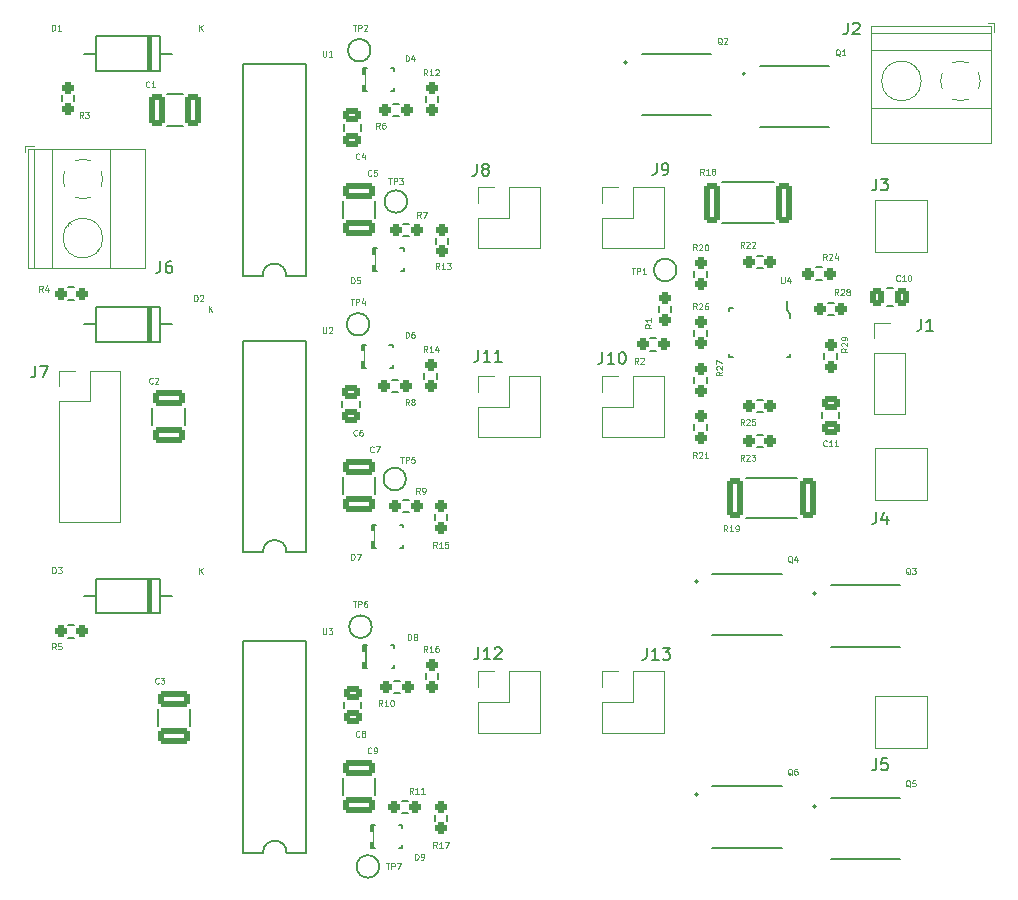
<source format=gto>
%TF.GenerationSoftware,KiCad,Pcbnew,6.0.10-86aedd382b~118~ubuntu20.04.1*%
%TF.CreationDate,2023-01-20T20:18:30+03:00*%
%TF.ProjectId,PMSM_driver,504d534d-5f64-4726-9976-65722e6b6963,v0.1*%
%TF.SameCoordinates,Original*%
%TF.FileFunction,Legend,Top*%
%TF.FilePolarity,Positive*%
%FSLAX46Y46*%
G04 Gerber Fmt 4.6, Leading zero omitted, Abs format (unit mm)*
G04 Created by KiCad (PCBNEW 6.0.10-86aedd382b~118~ubuntu20.04.1) date 2023-01-20 20:18:30*
%MOMM*%
%LPD*%
G01*
G04 APERTURE LIST*
G04 Aperture macros list*
%AMRoundRect*
0 Rectangle with rounded corners*
0 $1 Rounding radius*
0 $2 $3 $4 $5 $6 $7 $8 $9 X,Y pos of 4 corners*
0 Add a 4 corners polygon primitive as box body*
4,1,4,$2,$3,$4,$5,$6,$7,$8,$9,$2,$3,0*
0 Add four circle primitives for the rounded corners*
1,1,$1+$1,$2,$3*
1,1,$1+$1,$4,$5*
1,1,$1+$1,$6,$7*
1,1,$1+$1,$8,$9*
0 Add four rect primitives between the rounded corners*
20,1,$1+$1,$2,$3,$4,$5,0*
20,1,$1+$1,$4,$5,$6,$7,0*
20,1,$1+$1,$6,$7,$8,$9,0*
20,1,$1+$1,$8,$9,$2,$3,0*%
G04 Aperture macros list end*
%ADD10C,0.076200*%
%ADD11C,0.150000*%
%ADD12C,0.152400*%
%ADD13C,0.120000*%
%ADD14C,0.010000*%
%ADD15C,0.001000*%
%ADD16R,1.500000X0.600000*%
%ADD17RoundRect,0.250000X-0.475000X0.337500X-0.475000X-0.337500X0.475000X-0.337500X0.475000X0.337500X0*%
%ADD18C,1.500000*%
%ADD19RoundRect,0.237500X0.237500X-0.250000X0.237500X0.250000X-0.237500X0.250000X-0.237500X-0.250000X0*%
%ADD20RoundRect,0.237500X-0.250000X-0.237500X0.250000X-0.237500X0.250000X0.237500X-0.250000X0.237500X0*%
%ADD21R,4.000000X4.000000*%
%ADD22RoundRect,0.237500X-0.237500X0.250000X-0.237500X-0.250000X0.237500X-0.250000X0.237500X0.250000X0*%
%ADD23R,2.200000X2.200000*%
%ADD24O,2.200000X2.200000*%
%ADD25RoundRect,0.250000X1.100000X-0.412500X1.100000X0.412500X-1.100000X0.412500X-1.100000X-0.412500X0*%
%ADD26R,1.700000X1.700000*%
%ADD27O,1.700000X1.700000*%
%ADD28R,0.900000X0.950000*%
%ADD29R,2.600000X2.600000*%
%ADD30C,2.600000*%
%ADD31R,0.600000X2.000000*%
%ADD32RoundRect,0.250000X0.337500X0.475000X-0.337500X0.475000X-0.337500X-0.475000X0.337500X-0.475000X0*%
%ADD33R,1.600000X1.600000*%
%ADD34O,1.600000X1.600000*%
%ADD35RoundRect,0.250000X0.475000X-0.337500X0.475000X0.337500X-0.475000X0.337500X-0.475000X-0.337500X0*%
%ADD36RoundRect,0.237500X0.250000X0.237500X-0.250000X0.237500X-0.250000X-0.237500X0.250000X-0.237500X0*%
%ADD37RoundRect,0.249999X0.450001X1.425001X-0.450001X1.425001X-0.450001X-1.425001X0.450001X-1.425001X0*%
%ADD38RoundRect,0.250000X-0.412500X-1.100000X0.412500X-1.100000X0.412500X1.100000X-0.412500X1.100000X0*%
G04 APERTURE END LIST*
D10*
%TO.C,Q5*%
X175751619Y-117478190D02*
X175703238Y-117454000D01*
X175654857Y-117405619D01*
X175582285Y-117333047D01*
X175533904Y-117308857D01*
X175485523Y-117308857D01*
X175509714Y-117429809D02*
X175461333Y-117405619D01*
X175412952Y-117357238D01*
X175388761Y-117260476D01*
X175388761Y-117091142D01*
X175412952Y-116994380D01*
X175461333Y-116946000D01*
X175509714Y-116921809D01*
X175606476Y-116921809D01*
X175654857Y-116946000D01*
X175703238Y-116994380D01*
X175727428Y-117091142D01*
X175727428Y-117260476D01*
X175703238Y-117357238D01*
X175654857Y-117405619D01*
X175606476Y-117429809D01*
X175509714Y-117429809D01*
X176187047Y-116921809D02*
X175945142Y-116921809D01*
X175920952Y-117163714D01*
X175945142Y-117139523D01*
X175993523Y-117115333D01*
X176114476Y-117115333D01*
X176162857Y-117139523D01*
X176187047Y-117163714D01*
X176211238Y-117212095D01*
X176211238Y-117333047D01*
X176187047Y-117381428D01*
X176162857Y-117405619D01*
X176114476Y-117429809D01*
X175993523Y-117429809D01*
X175945142Y-117405619D01*
X175920952Y-117381428D01*
%TO.C,C8*%
X129115333Y-113181428D02*
X129091142Y-113205619D01*
X129018571Y-113229809D01*
X128970190Y-113229809D01*
X128897619Y-113205619D01*
X128849238Y-113157238D01*
X128825047Y-113108857D01*
X128800857Y-113012095D01*
X128800857Y-112939523D01*
X128825047Y-112842761D01*
X128849238Y-112794380D01*
X128897619Y-112746000D01*
X128970190Y-112721809D01*
X129018571Y-112721809D01*
X129091142Y-112746000D01*
X129115333Y-112770190D01*
X129405619Y-112939523D02*
X129357238Y-112915333D01*
X129333047Y-112891142D01*
X129308857Y-112842761D01*
X129308857Y-112818571D01*
X129333047Y-112770190D01*
X129357238Y-112746000D01*
X129405619Y-112721809D01*
X129502380Y-112721809D01*
X129550761Y-112746000D01*
X129574952Y-112770190D01*
X129599142Y-112818571D01*
X129599142Y-112842761D01*
X129574952Y-112891142D01*
X129550761Y-112915333D01*
X129502380Y-112939523D01*
X129405619Y-112939523D01*
X129357238Y-112963714D01*
X129333047Y-112987904D01*
X129308857Y-113036285D01*
X129308857Y-113133047D01*
X129333047Y-113181428D01*
X129357238Y-113205619D01*
X129405619Y-113229809D01*
X129502380Y-113229809D01*
X129550761Y-113205619D01*
X129574952Y-113181428D01*
X129599142Y-113133047D01*
X129599142Y-113036285D01*
X129574952Y-112987904D01*
X129550761Y-112963714D01*
X129502380Y-112939523D01*
%TO.C,TP7*%
X131358952Y-123923809D02*
X131649238Y-123923809D01*
X131504095Y-124431809D02*
X131504095Y-123923809D01*
X131818571Y-124431809D02*
X131818571Y-123923809D01*
X132012095Y-123923809D01*
X132060476Y-123948000D01*
X132084666Y-123972190D01*
X132108857Y-124020571D01*
X132108857Y-124093142D01*
X132084666Y-124141523D01*
X132060476Y-124165714D01*
X132012095Y-124189904D01*
X131818571Y-124189904D01*
X132278190Y-123923809D02*
X132616857Y-123923809D01*
X132399142Y-124431809D01*
%TO.C,R15*%
X135673428Y-97229809D02*
X135504095Y-96987904D01*
X135383142Y-97229809D02*
X135383142Y-96721809D01*
X135576666Y-96721809D01*
X135625047Y-96746000D01*
X135649238Y-96770190D01*
X135673428Y-96818571D01*
X135673428Y-96891142D01*
X135649238Y-96939523D01*
X135625047Y-96963714D01*
X135576666Y-96987904D01*
X135383142Y-96987904D01*
X136157238Y-97229809D02*
X135866952Y-97229809D01*
X136012095Y-97229809D02*
X136012095Y-96721809D01*
X135963714Y-96794380D01*
X135915333Y-96842761D01*
X135866952Y-96866952D01*
X136616857Y-96721809D02*
X136374952Y-96721809D01*
X136350761Y-96963714D01*
X136374952Y-96939523D01*
X136423333Y-96915333D01*
X136544285Y-96915333D01*
X136592666Y-96939523D01*
X136616857Y-96963714D01*
X136641047Y-97012095D01*
X136641047Y-97133047D01*
X136616857Y-97181428D01*
X136592666Y-97205619D01*
X136544285Y-97229809D01*
X136423333Y-97229809D01*
X136374952Y-97205619D01*
X136350761Y-97181428D01*
%TO.C,R9*%
X134224333Y-92659809D02*
X134055000Y-92417904D01*
X133934047Y-92659809D02*
X133934047Y-92151809D01*
X134127571Y-92151809D01*
X134175952Y-92176000D01*
X134200142Y-92200190D01*
X134224333Y-92248571D01*
X134224333Y-92321142D01*
X134200142Y-92369523D01*
X134175952Y-92393714D01*
X134127571Y-92417904D01*
X133934047Y-92417904D01*
X134466238Y-92659809D02*
X134563000Y-92659809D01*
X134611380Y-92635619D01*
X134635571Y-92611428D01*
X134683952Y-92538857D01*
X134708142Y-92442095D01*
X134708142Y-92248571D01*
X134683952Y-92200190D01*
X134659761Y-92176000D01*
X134611380Y-92151809D01*
X134514619Y-92151809D01*
X134466238Y-92176000D01*
X134442047Y-92200190D01*
X134417857Y-92248571D01*
X134417857Y-92369523D01*
X134442047Y-92417904D01*
X134466238Y-92442095D01*
X134514619Y-92466285D01*
X134611380Y-92466285D01*
X134659761Y-92442095D01*
X134683952Y-92417904D01*
X134708142Y-92369523D01*
D11*
%TO.C,J3*%
X172866666Y-65954380D02*
X172866666Y-66668666D01*
X172819047Y-66811523D01*
X172723809Y-66906761D01*
X172580952Y-66954380D01*
X172485714Y-66954380D01*
X173247619Y-65954380D02*
X173866666Y-65954380D01*
X173533333Y-66335333D01*
X173676190Y-66335333D01*
X173771428Y-66382952D01*
X173819047Y-66430571D01*
X173866666Y-66525809D01*
X173866666Y-66763904D01*
X173819047Y-66859142D01*
X173771428Y-66906761D01*
X173676190Y-66954380D01*
X173390476Y-66954380D01*
X173295238Y-66906761D01*
X173247619Y-66859142D01*
D10*
%TO.C,R12*%
X134873428Y-57229809D02*
X134704095Y-56987904D01*
X134583142Y-57229809D02*
X134583142Y-56721809D01*
X134776666Y-56721809D01*
X134825047Y-56746000D01*
X134849238Y-56770190D01*
X134873428Y-56818571D01*
X134873428Y-56891142D01*
X134849238Y-56939523D01*
X134825047Y-56963714D01*
X134776666Y-56987904D01*
X134583142Y-56987904D01*
X135357238Y-57229809D02*
X135066952Y-57229809D01*
X135212095Y-57229809D02*
X135212095Y-56721809D01*
X135163714Y-56794380D01*
X135115333Y-56842761D01*
X135066952Y-56866952D01*
X135550761Y-56770190D02*
X135574952Y-56746000D01*
X135623333Y-56721809D01*
X135744285Y-56721809D01*
X135792666Y-56746000D01*
X135816857Y-56770190D01*
X135841047Y-56818571D01*
X135841047Y-56866952D01*
X135816857Y-56939523D01*
X135526571Y-57229809D01*
X135841047Y-57229809D01*
%TO.C,R16*%
X134873428Y-106029809D02*
X134704095Y-105787904D01*
X134583142Y-106029809D02*
X134583142Y-105521809D01*
X134776666Y-105521809D01*
X134825047Y-105546000D01*
X134849238Y-105570190D01*
X134873428Y-105618571D01*
X134873428Y-105691142D01*
X134849238Y-105739523D01*
X134825047Y-105763714D01*
X134776666Y-105787904D01*
X134583142Y-105787904D01*
X135357238Y-106029809D02*
X135066952Y-106029809D01*
X135212095Y-106029809D02*
X135212095Y-105521809D01*
X135163714Y-105594380D01*
X135115333Y-105642761D01*
X135066952Y-105666952D01*
X135792666Y-105521809D02*
X135695904Y-105521809D01*
X135647523Y-105546000D01*
X135623333Y-105570190D01*
X135574952Y-105642761D01*
X135550761Y-105739523D01*
X135550761Y-105933047D01*
X135574952Y-105981428D01*
X135599142Y-106005619D01*
X135647523Y-106029809D01*
X135744285Y-106029809D01*
X135792666Y-106005619D01*
X135816857Y-105981428D01*
X135841047Y-105933047D01*
X135841047Y-105812095D01*
X135816857Y-105763714D01*
X135792666Y-105739523D01*
X135744285Y-105715333D01*
X135647523Y-105715333D01*
X135599142Y-105739523D01*
X135574952Y-105763714D01*
X135550761Y-105812095D01*
%TO.C,D2*%
X115125047Y-76329809D02*
X115125047Y-75821809D01*
X115246000Y-75821809D01*
X115318571Y-75846000D01*
X115366952Y-75894380D01*
X115391142Y-75942761D01*
X115415333Y-76039523D01*
X115415333Y-76112095D01*
X115391142Y-76208857D01*
X115366952Y-76257238D01*
X115318571Y-76305619D01*
X115246000Y-76329809D01*
X115125047Y-76329809D01*
X115608857Y-75870190D02*
X115633047Y-75846000D01*
X115681428Y-75821809D01*
X115802380Y-75821809D01*
X115850761Y-75846000D01*
X115874952Y-75870190D01*
X115899142Y-75918571D01*
X115899142Y-75966952D01*
X115874952Y-76039523D01*
X115584666Y-76329809D01*
X115899142Y-76329809D01*
X116366952Y-77229809D02*
X116366952Y-76721809D01*
X116657238Y-77229809D02*
X116439523Y-76939523D01*
X116657238Y-76721809D02*
X116366952Y-77012095D01*
D11*
%TO.C,J5*%
X172866666Y-115052380D02*
X172866666Y-115766666D01*
X172819047Y-115909523D01*
X172723809Y-116004761D01*
X172580952Y-116052380D01*
X172485714Y-116052380D01*
X173819047Y-115052380D02*
X173342857Y-115052380D01*
X173295238Y-115528571D01*
X173342857Y-115480952D01*
X173438095Y-115433333D01*
X173676190Y-115433333D01*
X173771428Y-115480952D01*
X173819047Y-115528571D01*
X173866666Y-115623809D01*
X173866666Y-115861904D01*
X173819047Y-115957142D01*
X173771428Y-116004761D01*
X173676190Y-116052380D01*
X173438095Y-116052380D01*
X173342857Y-116004761D01*
X173295238Y-115957142D01*
D10*
%TO.C,C2*%
X111615333Y-83281428D02*
X111591142Y-83305619D01*
X111518571Y-83329809D01*
X111470190Y-83329809D01*
X111397619Y-83305619D01*
X111349238Y-83257238D01*
X111325047Y-83208857D01*
X111300857Y-83112095D01*
X111300857Y-83039523D01*
X111325047Y-82942761D01*
X111349238Y-82894380D01*
X111397619Y-82846000D01*
X111470190Y-82821809D01*
X111518571Y-82821809D01*
X111591142Y-82846000D01*
X111615333Y-82870190D01*
X111808857Y-82870190D02*
X111833047Y-82846000D01*
X111881428Y-82821809D01*
X112002380Y-82821809D01*
X112050761Y-82846000D01*
X112074952Y-82870190D01*
X112099142Y-82918571D01*
X112099142Y-82966952D01*
X112074952Y-83039523D01*
X111784666Y-83329809D01*
X112099142Y-83329809D01*
%TO.C,R28*%
X169673428Y-75829809D02*
X169504095Y-75587904D01*
X169383142Y-75829809D02*
X169383142Y-75321809D01*
X169576666Y-75321809D01*
X169625047Y-75346000D01*
X169649238Y-75370190D01*
X169673428Y-75418571D01*
X169673428Y-75491142D01*
X169649238Y-75539523D01*
X169625047Y-75563714D01*
X169576666Y-75587904D01*
X169383142Y-75587904D01*
X169866952Y-75370190D02*
X169891142Y-75346000D01*
X169939523Y-75321809D01*
X170060476Y-75321809D01*
X170108857Y-75346000D01*
X170133047Y-75370190D01*
X170157238Y-75418571D01*
X170157238Y-75466952D01*
X170133047Y-75539523D01*
X169842761Y-75829809D01*
X170157238Y-75829809D01*
X170447523Y-75539523D02*
X170399142Y-75515333D01*
X170374952Y-75491142D01*
X170350761Y-75442761D01*
X170350761Y-75418571D01*
X170374952Y-75370190D01*
X170399142Y-75346000D01*
X170447523Y-75321809D01*
X170544285Y-75321809D01*
X170592666Y-75346000D01*
X170616857Y-75370190D01*
X170641047Y-75418571D01*
X170641047Y-75442761D01*
X170616857Y-75491142D01*
X170592666Y-75515333D01*
X170544285Y-75539523D01*
X170447523Y-75539523D01*
X170399142Y-75563714D01*
X170374952Y-75587904D01*
X170350761Y-75636285D01*
X170350761Y-75733047D01*
X170374952Y-75781428D01*
X170399142Y-75805619D01*
X170447523Y-75829809D01*
X170544285Y-75829809D01*
X170592666Y-75805619D01*
X170616857Y-75781428D01*
X170641047Y-75733047D01*
X170641047Y-75636285D01*
X170616857Y-75587904D01*
X170592666Y-75563714D01*
X170544285Y-75539523D01*
D11*
%TO.C,J1*%
X176666666Y-77852380D02*
X176666666Y-78566666D01*
X176619047Y-78709523D01*
X176523809Y-78804761D01*
X176380952Y-78852380D01*
X176285714Y-78852380D01*
X177666666Y-78852380D02*
X177095238Y-78852380D01*
X177380952Y-78852380D02*
X177380952Y-77852380D01*
X177285714Y-77995238D01*
X177190476Y-78090476D01*
X177095238Y-78138095D01*
D10*
%TO.C,R14*%
X134873428Y-80629809D02*
X134704095Y-80387904D01*
X134583142Y-80629809D02*
X134583142Y-80121809D01*
X134776666Y-80121809D01*
X134825047Y-80146000D01*
X134849238Y-80170190D01*
X134873428Y-80218571D01*
X134873428Y-80291142D01*
X134849238Y-80339523D01*
X134825047Y-80363714D01*
X134776666Y-80387904D01*
X134583142Y-80387904D01*
X135357238Y-80629809D02*
X135066952Y-80629809D01*
X135212095Y-80629809D02*
X135212095Y-80121809D01*
X135163714Y-80194380D01*
X135115333Y-80242761D01*
X135066952Y-80266952D01*
X135792666Y-80291142D02*
X135792666Y-80629809D01*
X135671714Y-80097619D02*
X135550761Y-80460476D01*
X135865238Y-80460476D01*
%TO.C,D9*%
X133825047Y-123629809D02*
X133825047Y-123121809D01*
X133946000Y-123121809D01*
X134018571Y-123146000D01*
X134066952Y-123194380D01*
X134091142Y-123242761D01*
X134115333Y-123339523D01*
X134115333Y-123412095D01*
X134091142Y-123508857D01*
X134066952Y-123557238D01*
X134018571Y-123605619D01*
X133946000Y-123629809D01*
X133825047Y-123629809D01*
X134357238Y-123629809D02*
X134454000Y-123629809D01*
X134502380Y-123605619D01*
X134526571Y-123581428D01*
X134574952Y-123508857D01*
X134599142Y-123412095D01*
X134599142Y-123218571D01*
X134574952Y-123170190D01*
X134550761Y-123146000D01*
X134502380Y-123121809D01*
X134405619Y-123121809D01*
X134357238Y-123146000D01*
X134333047Y-123170190D01*
X134308857Y-123218571D01*
X134308857Y-123339523D01*
X134333047Y-123387904D01*
X134357238Y-123412095D01*
X134405619Y-123436285D01*
X134502380Y-123436285D01*
X134550761Y-123412095D01*
X134574952Y-123387904D01*
X134599142Y-123339523D01*
D11*
%TO.C,J10*%
X149690476Y-80652380D02*
X149690476Y-81366666D01*
X149642857Y-81509523D01*
X149547619Y-81604761D01*
X149404761Y-81652380D01*
X149309523Y-81652380D01*
X150690476Y-81652380D02*
X150119047Y-81652380D01*
X150404761Y-81652380D02*
X150404761Y-80652380D01*
X150309523Y-80795238D01*
X150214285Y-80890476D01*
X150119047Y-80938095D01*
X151309523Y-80652380D02*
X151404761Y-80652380D01*
X151500000Y-80700000D01*
X151547619Y-80747619D01*
X151595238Y-80842857D01*
X151642857Y-81033333D01*
X151642857Y-81271428D01*
X151595238Y-81461904D01*
X151547619Y-81557142D01*
X151500000Y-81604761D01*
X151404761Y-81652380D01*
X151309523Y-81652380D01*
X151214285Y-81604761D01*
X151166666Y-81557142D01*
X151119047Y-81461904D01*
X151071428Y-81271428D01*
X151071428Y-81033333D01*
X151119047Y-80842857D01*
X151166666Y-80747619D01*
X151214285Y-80700000D01*
X151309523Y-80652380D01*
D10*
%TO.C,R4*%
X102315333Y-75529809D02*
X102146000Y-75287904D01*
X102025047Y-75529809D02*
X102025047Y-75021809D01*
X102218571Y-75021809D01*
X102266952Y-75046000D01*
X102291142Y-75070190D01*
X102315333Y-75118571D01*
X102315333Y-75191142D01*
X102291142Y-75239523D01*
X102266952Y-75263714D01*
X102218571Y-75287904D01*
X102025047Y-75287904D01*
X102750761Y-75191142D02*
X102750761Y-75529809D01*
X102629809Y-74997619D02*
X102508857Y-75360476D01*
X102823333Y-75360476D01*
%TO.C,D8*%
X133225047Y-105029809D02*
X133225047Y-104521809D01*
X133346000Y-104521809D01*
X133418571Y-104546000D01*
X133466952Y-104594380D01*
X133491142Y-104642761D01*
X133515333Y-104739523D01*
X133515333Y-104812095D01*
X133491142Y-104908857D01*
X133466952Y-104957238D01*
X133418571Y-105005619D01*
X133346000Y-105029809D01*
X133225047Y-105029809D01*
X133805619Y-104739523D02*
X133757238Y-104715333D01*
X133733047Y-104691142D01*
X133708857Y-104642761D01*
X133708857Y-104618571D01*
X133733047Y-104570190D01*
X133757238Y-104546000D01*
X133805619Y-104521809D01*
X133902380Y-104521809D01*
X133950761Y-104546000D01*
X133974952Y-104570190D01*
X133999142Y-104618571D01*
X133999142Y-104642761D01*
X133974952Y-104691142D01*
X133950761Y-104715333D01*
X133902380Y-104739523D01*
X133805619Y-104739523D01*
X133757238Y-104763714D01*
X133733047Y-104787904D01*
X133708857Y-104836285D01*
X133708857Y-104933047D01*
X133733047Y-104981428D01*
X133757238Y-105005619D01*
X133805619Y-105029809D01*
X133902380Y-105029809D01*
X133950761Y-105005619D01*
X133974952Y-104981428D01*
X133999142Y-104933047D01*
X133999142Y-104836285D01*
X133974952Y-104787904D01*
X133950761Y-104763714D01*
X133902380Y-104739523D01*
D11*
%TO.C,J2*%
X170466666Y-52747380D02*
X170466666Y-53461666D01*
X170419047Y-53604523D01*
X170323809Y-53699761D01*
X170180952Y-53747380D01*
X170085714Y-53747380D01*
X170895238Y-52842619D02*
X170942857Y-52795000D01*
X171038095Y-52747380D01*
X171276190Y-52747380D01*
X171371428Y-52795000D01*
X171419047Y-52842619D01*
X171466666Y-52937857D01*
X171466666Y-53033095D01*
X171419047Y-53175952D01*
X170847619Y-53747380D01*
X171466666Y-53747380D01*
D10*
%TO.C,U4*%
X164812952Y-74321809D02*
X164812952Y-74733047D01*
X164837142Y-74781428D01*
X164861333Y-74805619D01*
X164909714Y-74829809D01*
X165006476Y-74829809D01*
X165054857Y-74805619D01*
X165079047Y-74781428D01*
X165103238Y-74733047D01*
X165103238Y-74321809D01*
X165562857Y-74491142D02*
X165562857Y-74829809D01*
X165441904Y-74297619D02*
X165320952Y-74660476D01*
X165635428Y-74660476D01*
%TO.C,Q3*%
X175751619Y-99478190D02*
X175703238Y-99454000D01*
X175654857Y-99405619D01*
X175582285Y-99333047D01*
X175533904Y-99308857D01*
X175485523Y-99308857D01*
X175509714Y-99429809D02*
X175461333Y-99405619D01*
X175412952Y-99357238D01*
X175388761Y-99260476D01*
X175388761Y-99091142D01*
X175412952Y-98994380D01*
X175461333Y-98946000D01*
X175509714Y-98921809D01*
X175606476Y-98921809D01*
X175654857Y-98946000D01*
X175703238Y-98994380D01*
X175727428Y-99091142D01*
X175727428Y-99260476D01*
X175703238Y-99357238D01*
X175654857Y-99405619D01*
X175606476Y-99429809D01*
X175509714Y-99429809D01*
X175896761Y-98921809D02*
X176211238Y-98921809D01*
X176041904Y-99115333D01*
X176114476Y-99115333D01*
X176162857Y-99139523D01*
X176187047Y-99163714D01*
X176211238Y-99212095D01*
X176211238Y-99333047D01*
X176187047Y-99381428D01*
X176162857Y-99405619D01*
X176114476Y-99429809D01*
X175969333Y-99429809D01*
X175920952Y-99405619D01*
X175896761Y-99381428D01*
%TO.C,R10*%
X131062228Y-110621809D02*
X130892895Y-110379904D01*
X130771942Y-110621809D02*
X130771942Y-110113809D01*
X130965466Y-110113809D01*
X131013847Y-110138000D01*
X131038038Y-110162190D01*
X131062228Y-110210571D01*
X131062228Y-110283142D01*
X131038038Y-110331523D01*
X131013847Y-110355714D01*
X130965466Y-110379904D01*
X130771942Y-110379904D01*
X131546038Y-110621809D02*
X131255752Y-110621809D01*
X131400895Y-110621809D02*
X131400895Y-110113809D01*
X131352514Y-110186380D01*
X131304133Y-110234761D01*
X131255752Y-110258952D01*
X131860514Y-110113809D02*
X131908895Y-110113809D01*
X131957276Y-110138000D01*
X131981466Y-110162190D01*
X132005657Y-110210571D01*
X132029847Y-110307333D01*
X132029847Y-110428285D01*
X132005657Y-110525047D01*
X131981466Y-110573428D01*
X131957276Y-110597619D01*
X131908895Y-110621809D01*
X131860514Y-110621809D01*
X131812133Y-110597619D01*
X131787942Y-110573428D01*
X131763752Y-110525047D01*
X131739561Y-110428285D01*
X131739561Y-110307333D01*
X131763752Y-110210571D01*
X131787942Y-110162190D01*
X131812133Y-110138000D01*
X131860514Y-110113809D01*
%TO.C,D6*%
X133025047Y-79429809D02*
X133025047Y-78921809D01*
X133146000Y-78921809D01*
X133218571Y-78946000D01*
X133266952Y-78994380D01*
X133291142Y-79042761D01*
X133315333Y-79139523D01*
X133315333Y-79212095D01*
X133291142Y-79308857D01*
X133266952Y-79357238D01*
X133218571Y-79405619D01*
X133146000Y-79429809D01*
X133025047Y-79429809D01*
X133750761Y-78921809D02*
X133654000Y-78921809D01*
X133605619Y-78946000D01*
X133581428Y-78970190D01*
X133533047Y-79042761D01*
X133508857Y-79139523D01*
X133508857Y-79333047D01*
X133533047Y-79381428D01*
X133557238Y-79405619D01*
X133605619Y-79429809D01*
X133702380Y-79429809D01*
X133750761Y-79405619D01*
X133774952Y-79381428D01*
X133799142Y-79333047D01*
X133799142Y-79212095D01*
X133774952Y-79163714D01*
X133750761Y-79139523D01*
X133702380Y-79115333D01*
X133605619Y-79115333D01*
X133557238Y-79139523D01*
X133533047Y-79163714D01*
X133508857Y-79212095D01*
%TO.C,R13*%
X135873428Y-73629809D02*
X135704095Y-73387904D01*
X135583142Y-73629809D02*
X135583142Y-73121809D01*
X135776666Y-73121809D01*
X135825047Y-73146000D01*
X135849238Y-73170190D01*
X135873428Y-73218571D01*
X135873428Y-73291142D01*
X135849238Y-73339523D01*
X135825047Y-73363714D01*
X135776666Y-73387904D01*
X135583142Y-73387904D01*
X136357238Y-73629809D02*
X136066952Y-73629809D01*
X136212095Y-73629809D02*
X136212095Y-73121809D01*
X136163714Y-73194380D01*
X136115333Y-73242761D01*
X136066952Y-73266952D01*
X136526571Y-73121809D02*
X136841047Y-73121809D01*
X136671714Y-73315333D01*
X136744285Y-73315333D01*
X136792666Y-73339523D01*
X136816857Y-73363714D01*
X136841047Y-73412095D01*
X136841047Y-73533047D01*
X136816857Y-73581428D01*
X136792666Y-73605619D01*
X136744285Y-73629809D01*
X136599142Y-73629809D01*
X136550761Y-73605619D01*
X136526571Y-73581428D01*
%TO.C,C5*%
X130115333Y-65681428D02*
X130091142Y-65705619D01*
X130018571Y-65729809D01*
X129970190Y-65729809D01*
X129897619Y-65705619D01*
X129849238Y-65657238D01*
X129825047Y-65608857D01*
X129800857Y-65512095D01*
X129800857Y-65439523D01*
X129825047Y-65342761D01*
X129849238Y-65294380D01*
X129897619Y-65246000D01*
X129970190Y-65221809D01*
X130018571Y-65221809D01*
X130091142Y-65246000D01*
X130115333Y-65270190D01*
X130574952Y-65221809D02*
X130333047Y-65221809D01*
X130308857Y-65463714D01*
X130333047Y-65439523D01*
X130381428Y-65415333D01*
X130502380Y-65415333D01*
X130550761Y-65439523D01*
X130574952Y-65463714D01*
X130599142Y-65512095D01*
X130599142Y-65633047D01*
X130574952Y-65681428D01*
X130550761Y-65705619D01*
X130502380Y-65729809D01*
X130381428Y-65729809D01*
X130333047Y-65705619D01*
X130308857Y-65681428D01*
%TO.C,D7*%
X128425047Y-98229809D02*
X128425047Y-97721809D01*
X128546000Y-97721809D01*
X128618571Y-97746000D01*
X128666952Y-97794380D01*
X128691142Y-97842761D01*
X128715333Y-97939523D01*
X128715333Y-98012095D01*
X128691142Y-98108857D01*
X128666952Y-98157238D01*
X128618571Y-98205619D01*
X128546000Y-98229809D01*
X128425047Y-98229809D01*
X128884666Y-97721809D02*
X129223333Y-97721809D01*
X129005619Y-98229809D01*
%TO.C,TP4*%
X128358952Y-76121809D02*
X128649238Y-76121809D01*
X128504095Y-76629809D02*
X128504095Y-76121809D01*
X128818571Y-76629809D02*
X128818571Y-76121809D01*
X129012095Y-76121809D01*
X129060476Y-76146000D01*
X129084666Y-76170190D01*
X129108857Y-76218571D01*
X129108857Y-76291142D01*
X129084666Y-76339523D01*
X129060476Y-76363714D01*
X129012095Y-76387904D01*
X128818571Y-76387904D01*
X129544285Y-76291142D02*
X129544285Y-76629809D01*
X129423333Y-76097619D02*
X129302380Y-76460476D01*
X129616857Y-76460476D01*
%TO.C,C3*%
X112115333Y-108681428D02*
X112091142Y-108705619D01*
X112018571Y-108729809D01*
X111970190Y-108729809D01*
X111897619Y-108705619D01*
X111849238Y-108657238D01*
X111825047Y-108608857D01*
X111800857Y-108512095D01*
X111800857Y-108439523D01*
X111825047Y-108342761D01*
X111849238Y-108294380D01*
X111897619Y-108246000D01*
X111970190Y-108221809D01*
X112018571Y-108221809D01*
X112091142Y-108246000D01*
X112115333Y-108270190D01*
X112284666Y-108221809D02*
X112599142Y-108221809D01*
X112429809Y-108415333D01*
X112502380Y-108415333D01*
X112550761Y-108439523D01*
X112574952Y-108463714D01*
X112599142Y-108512095D01*
X112599142Y-108633047D01*
X112574952Y-108681428D01*
X112550761Y-108705619D01*
X112502380Y-108729809D01*
X112357238Y-108729809D01*
X112308857Y-108705619D01*
X112284666Y-108681428D01*
%TO.C,R26*%
X157673428Y-77029809D02*
X157504095Y-76787904D01*
X157383142Y-77029809D02*
X157383142Y-76521809D01*
X157576666Y-76521809D01*
X157625047Y-76546000D01*
X157649238Y-76570190D01*
X157673428Y-76618571D01*
X157673428Y-76691142D01*
X157649238Y-76739523D01*
X157625047Y-76763714D01*
X157576666Y-76787904D01*
X157383142Y-76787904D01*
X157866952Y-76570190D02*
X157891142Y-76546000D01*
X157939523Y-76521809D01*
X158060476Y-76521809D01*
X158108857Y-76546000D01*
X158133047Y-76570190D01*
X158157238Y-76618571D01*
X158157238Y-76666952D01*
X158133047Y-76739523D01*
X157842761Y-77029809D01*
X158157238Y-77029809D01*
X158592666Y-76521809D02*
X158495904Y-76521809D01*
X158447523Y-76546000D01*
X158423333Y-76570190D01*
X158374952Y-76642761D01*
X158350761Y-76739523D01*
X158350761Y-76933047D01*
X158374952Y-76981428D01*
X158399142Y-77005619D01*
X158447523Y-77029809D01*
X158544285Y-77029809D01*
X158592666Y-77005619D01*
X158616857Y-76981428D01*
X158641047Y-76933047D01*
X158641047Y-76812095D01*
X158616857Y-76763714D01*
X158592666Y-76739523D01*
X158544285Y-76715333D01*
X158447523Y-76715333D01*
X158399142Y-76739523D01*
X158374952Y-76763714D01*
X158350761Y-76812095D01*
%TO.C,R24*%
X168673428Y-72829809D02*
X168504095Y-72587904D01*
X168383142Y-72829809D02*
X168383142Y-72321809D01*
X168576666Y-72321809D01*
X168625047Y-72346000D01*
X168649238Y-72370190D01*
X168673428Y-72418571D01*
X168673428Y-72491142D01*
X168649238Y-72539523D01*
X168625047Y-72563714D01*
X168576666Y-72587904D01*
X168383142Y-72587904D01*
X168866952Y-72370190D02*
X168891142Y-72346000D01*
X168939523Y-72321809D01*
X169060476Y-72321809D01*
X169108857Y-72346000D01*
X169133047Y-72370190D01*
X169157238Y-72418571D01*
X169157238Y-72466952D01*
X169133047Y-72539523D01*
X168842761Y-72829809D01*
X169157238Y-72829809D01*
X169592666Y-72491142D02*
X169592666Y-72829809D01*
X169471714Y-72297619D02*
X169350761Y-72660476D01*
X169665238Y-72660476D01*
%TO.C,D1*%
X103075047Y-53429809D02*
X103075047Y-52921809D01*
X103196000Y-52921809D01*
X103268571Y-52946000D01*
X103316952Y-52994380D01*
X103341142Y-53042761D01*
X103365333Y-53139523D01*
X103365333Y-53212095D01*
X103341142Y-53308857D01*
X103316952Y-53357238D01*
X103268571Y-53405619D01*
X103196000Y-53429809D01*
X103075047Y-53429809D01*
X103849142Y-53429809D02*
X103558857Y-53429809D01*
X103704000Y-53429809D02*
X103704000Y-52921809D01*
X103655619Y-52994380D01*
X103607238Y-53042761D01*
X103558857Y-53066952D01*
X115566952Y-53429809D02*
X115566952Y-52921809D01*
X115857238Y-53429809D02*
X115639523Y-53139523D01*
X115857238Y-52921809D02*
X115566952Y-53212095D01*
%TO.C,R25*%
X161673428Y-86829809D02*
X161504095Y-86587904D01*
X161383142Y-86829809D02*
X161383142Y-86321809D01*
X161576666Y-86321809D01*
X161625047Y-86346000D01*
X161649238Y-86370190D01*
X161673428Y-86418571D01*
X161673428Y-86491142D01*
X161649238Y-86539523D01*
X161625047Y-86563714D01*
X161576666Y-86587904D01*
X161383142Y-86587904D01*
X161866952Y-86370190D02*
X161891142Y-86346000D01*
X161939523Y-86321809D01*
X162060476Y-86321809D01*
X162108857Y-86346000D01*
X162133047Y-86370190D01*
X162157238Y-86418571D01*
X162157238Y-86466952D01*
X162133047Y-86539523D01*
X161842761Y-86829809D01*
X162157238Y-86829809D01*
X162616857Y-86321809D02*
X162374952Y-86321809D01*
X162350761Y-86563714D01*
X162374952Y-86539523D01*
X162423333Y-86515333D01*
X162544285Y-86515333D01*
X162592666Y-86539523D01*
X162616857Y-86563714D01*
X162641047Y-86612095D01*
X162641047Y-86733047D01*
X162616857Y-86781428D01*
X162592666Y-86805619D01*
X162544285Y-86829809D01*
X162423333Y-86829809D01*
X162374952Y-86805619D01*
X162350761Y-86781428D01*
D11*
%TO.C,J6*%
X112266666Y-72952380D02*
X112266666Y-73666666D01*
X112219047Y-73809523D01*
X112123809Y-73904761D01*
X111980952Y-73952380D01*
X111885714Y-73952380D01*
X113171428Y-72952380D02*
X112980952Y-72952380D01*
X112885714Y-73000000D01*
X112838095Y-73047619D01*
X112742857Y-73190476D01*
X112695238Y-73380952D01*
X112695238Y-73761904D01*
X112742857Y-73857142D01*
X112790476Y-73904761D01*
X112885714Y-73952380D01*
X113076190Y-73952380D01*
X113171428Y-73904761D01*
X113219047Y-73857142D01*
X113266666Y-73761904D01*
X113266666Y-73523809D01*
X113219047Y-73428571D01*
X113171428Y-73380952D01*
X113076190Y-73333333D01*
X112885714Y-73333333D01*
X112790476Y-73380952D01*
X112742857Y-73428571D01*
X112695238Y-73523809D01*
D10*
%TO.C,C10*%
X174873428Y-74581428D02*
X174849238Y-74605619D01*
X174776666Y-74629809D01*
X174728285Y-74629809D01*
X174655714Y-74605619D01*
X174607333Y-74557238D01*
X174583142Y-74508857D01*
X174558952Y-74412095D01*
X174558952Y-74339523D01*
X174583142Y-74242761D01*
X174607333Y-74194380D01*
X174655714Y-74146000D01*
X174728285Y-74121809D01*
X174776666Y-74121809D01*
X174849238Y-74146000D01*
X174873428Y-74170190D01*
X175357238Y-74629809D02*
X175066952Y-74629809D01*
X175212095Y-74629809D02*
X175212095Y-74121809D01*
X175163714Y-74194380D01*
X175115333Y-74242761D01*
X175066952Y-74266952D01*
X175671714Y-74121809D02*
X175720095Y-74121809D01*
X175768476Y-74146000D01*
X175792666Y-74170190D01*
X175816857Y-74218571D01*
X175841047Y-74315333D01*
X175841047Y-74436285D01*
X175816857Y-74533047D01*
X175792666Y-74581428D01*
X175768476Y-74605619D01*
X175720095Y-74629809D01*
X175671714Y-74629809D01*
X175623333Y-74605619D01*
X175599142Y-74581428D01*
X175574952Y-74533047D01*
X175550761Y-74436285D01*
X175550761Y-74315333D01*
X175574952Y-74218571D01*
X175599142Y-74170190D01*
X175623333Y-74146000D01*
X175671714Y-74121809D01*
%TO.C,R3*%
X105715333Y-60829809D02*
X105546000Y-60587904D01*
X105425047Y-60829809D02*
X105425047Y-60321809D01*
X105618571Y-60321809D01*
X105666952Y-60346000D01*
X105691142Y-60370190D01*
X105715333Y-60418571D01*
X105715333Y-60491142D01*
X105691142Y-60539523D01*
X105666952Y-60563714D01*
X105618571Y-60587904D01*
X105425047Y-60587904D01*
X105884666Y-60321809D02*
X106199142Y-60321809D01*
X106029809Y-60515333D01*
X106102380Y-60515333D01*
X106150761Y-60539523D01*
X106174952Y-60563714D01*
X106199142Y-60612095D01*
X106199142Y-60733047D01*
X106174952Y-60781428D01*
X106150761Y-60805619D01*
X106102380Y-60829809D01*
X105957238Y-60829809D01*
X105908857Y-60805619D01*
X105884666Y-60781428D01*
%TO.C,R1*%
X153829809Y-78284666D02*
X153587904Y-78454000D01*
X153829809Y-78574952D02*
X153321809Y-78574952D01*
X153321809Y-78381428D01*
X153346000Y-78333047D01*
X153370190Y-78308857D01*
X153418571Y-78284666D01*
X153491142Y-78284666D01*
X153539523Y-78308857D01*
X153563714Y-78333047D01*
X153587904Y-78381428D01*
X153587904Y-78574952D01*
X153829809Y-77800857D02*
X153829809Y-78091142D01*
X153829809Y-77946000D02*
X153321809Y-77946000D01*
X153394380Y-77994380D01*
X153442761Y-78042761D01*
X153466952Y-78091142D01*
%TO.C,Q6*%
X165751619Y-116478190D02*
X165703238Y-116454000D01*
X165654857Y-116405619D01*
X165582285Y-116333047D01*
X165533904Y-116308857D01*
X165485523Y-116308857D01*
X165509714Y-116429809D02*
X165461333Y-116405619D01*
X165412952Y-116357238D01*
X165388761Y-116260476D01*
X165388761Y-116091142D01*
X165412952Y-115994380D01*
X165461333Y-115946000D01*
X165509714Y-115921809D01*
X165606476Y-115921809D01*
X165654857Y-115946000D01*
X165703238Y-115994380D01*
X165727428Y-116091142D01*
X165727428Y-116260476D01*
X165703238Y-116357238D01*
X165654857Y-116405619D01*
X165606476Y-116429809D01*
X165509714Y-116429809D01*
X166162857Y-115921809D02*
X166066095Y-115921809D01*
X166017714Y-115946000D01*
X165993523Y-115970190D01*
X165945142Y-116042761D01*
X165920952Y-116139523D01*
X165920952Y-116333047D01*
X165945142Y-116381428D01*
X165969333Y-116405619D01*
X166017714Y-116429809D01*
X166114476Y-116429809D01*
X166162857Y-116405619D01*
X166187047Y-116381428D01*
X166211238Y-116333047D01*
X166211238Y-116212095D01*
X166187047Y-116163714D01*
X166162857Y-116139523D01*
X166114476Y-116115333D01*
X166017714Y-116115333D01*
X165969333Y-116139523D01*
X165945142Y-116163714D01*
X165920952Y-116212095D01*
%TO.C,D5*%
X128425047Y-74829809D02*
X128425047Y-74321809D01*
X128546000Y-74321809D01*
X128618571Y-74346000D01*
X128666952Y-74394380D01*
X128691142Y-74442761D01*
X128715333Y-74539523D01*
X128715333Y-74612095D01*
X128691142Y-74708857D01*
X128666952Y-74757238D01*
X128618571Y-74805619D01*
X128546000Y-74829809D01*
X128425047Y-74829809D01*
X129174952Y-74321809D02*
X128933047Y-74321809D01*
X128908857Y-74563714D01*
X128933047Y-74539523D01*
X128981428Y-74515333D01*
X129102380Y-74515333D01*
X129150761Y-74539523D01*
X129174952Y-74563714D01*
X129199142Y-74612095D01*
X129199142Y-74733047D01*
X129174952Y-74781428D01*
X129150761Y-74805619D01*
X129102380Y-74829809D01*
X128981428Y-74829809D01*
X128933047Y-74805619D01*
X128908857Y-74781428D01*
%TO.C,U1*%
X126012952Y-55121809D02*
X126012952Y-55533047D01*
X126037142Y-55581428D01*
X126061333Y-55605619D01*
X126109714Y-55629809D01*
X126206476Y-55629809D01*
X126254857Y-55605619D01*
X126279047Y-55581428D01*
X126303238Y-55533047D01*
X126303238Y-55121809D01*
X126811238Y-55629809D02*
X126520952Y-55629809D01*
X126666095Y-55629809D02*
X126666095Y-55121809D01*
X126617714Y-55194380D01*
X126569333Y-55242761D01*
X126520952Y-55266952D01*
%TO.C,Q1*%
X169801619Y-55578190D02*
X169753238Y-55554000D01*
X169704857Y-55505619D01*
X169632285Y-55433047D01*
X169583904Y-55408857D01*
X169535523Y-55408857D01*
X169559714Y-55529809D02*
X169511333Y-55505619D01*
X169462952Y-55457238D01*
X169438761Y-55360476D01*
X169438761Y-55191142D01*
X169462952Y-55094380D01*
X169511333Y-55046000D01*
X169559714Y-55021809D01*
X169656476Y-55021809D01*
X169704857Y-55046000D01*
X169753238Y-55094380D01*
X169777428Y-55191142D01*
X169777428Y-55360476D01*
X169753238Y-55457238D01*
X169704857Y-55505619D01*
X169656476Y-55529809D01*
X169559714Y-55529809D01*
X170261238Y-55529809D02*
X169970952Y-55529809D01*
X170116095Y-55529809D02*
X170116095Y-55021809D01*
X170067714Y-55094380D01*
X170019333Y-55142761D01*
X169970952Y-55166952D01*
%TO.C,R7*%
X134315333Y-69259809D02*
X134146000Y-69017904D01*
X134025047Y-69259809D02*
X134025047Y-68751809D01*
X134218571Y-68751809D01*
X134266952Y-68776000D01*
X134291142Y-68800190D01*
X134315333Y-68848571D01*
X134315333Y-68921142D01*
X134291142Y-68969523D01*
X134266952Y-68993714D01*
X134218571Y-69017904D01*
X134025047Y-69017904D01*
X134484666Y-68751809D02*
X134823333Y-68751809D01*
X134605619Y-69259809D01*
%TO.C,R27*%
X159829809Y-82326571D02*
X159587904Y-82495904D01*
X159829809Y-82616857D02*
X159321809Y-82616857D01*
X159321809Y-82423333D01*
X159346000Y-82374952D01*
X159370190Y-82350761D01*
X159418571Y-82326571D01*
X159491142Y-82326571D01*
X159539523Y-82350761D01*
X159563714Y-82374952D01*
X159587904Y-82423333D01*
X159587904Y-82616857D01*
X159370190Y-82133047D02*
X159346000Y-82108857D01*
X159321809Y-82060476D01*
X159321809Y-81939523D01*
X159346000Y-81891142D01*
X159370190Y-81866952D01*
X159418571Y-81842761D01*
X159466952Y-81842761D01*
X159539523Y-81866952D01*
X159829809Y-82157238D01*
X159829809Y-81842761D01*
X159321809Y-81673428D02*
X159321809Y-81334761D01*
X159829809Y-81552476D01*
%TO.C,R21*%
X157673428Y-89629809D02*
X157504095Y-89387904D01*
X157383142Y-89629809D02*
X157383142Y-89121809D01*
X157576666Y-89121809D01*
X157625047Y-89146000D01*
X157649238Y-89170190D01*
X157673428Y-89218571D01*
X157673428Y-89291142D01*
X157649238Y-89339523D01*
X157625047Y-89363714D01*
X157576666Y-89387904D01*
X157383142Y-89387904D01*
X157866952Y-89170190D02*
X157891142Y-89146000D01*
X157939523Y-89121809D01*
X158060476Y-89121809D01*
X158108857Y-89146000D01*
X158133047Y-89170190D01*
X158157238Y-89218571D01*
X158157238Y-89266952D01*
X158133047Y-89339523D01*
X157842761Y-89629809D01*
X158157238Y-89629809D01*
X158641047Y-89629809D02*
X158350761Y-89629809D01*
X158495904Y-89629809D02*
X158495904Y-89121809D01*
X158447523Y-89194380D01*
X158399142Y-89242761D01*
X158350761Y-89266952D01*
%TO.C,C6*%
X128915333Y-87681428D02*
X128891142Y-87705619D01*
X128818571Y-87729809D01*
X128770190Y-87729809D01*
X128697619Y-87705619D01*
X128649238Y-87657238D01*
X128625047Y-87608857D01*
X128600857Y-87512095D01*
X128600857Y-87439523D01*
X128625047Y-87342761D01*
X128649238Y-87294380D01*
X128697619Y-87246000D01*
X128770190Y-87221809D01*
X128818571Y-87221809D01*
X128891142Y-87246000D01*
X128915333Y-87270190D01*
X129350761Y-87221809D02*
X129254000Y-87221809D01*
X129205619Y-87246000D01*
X129181428Y-87270190D01*
X129133047Y-87342761D01*
X129108857Y-87439523D01*
X129108857Y-87633047D01*
X129133047Y-87681428D01*
X129157238Y-87705619D01*
X129205619Y-87729809D01*
X129302380Y-87729809D01*
X129350761Y-87705619D01*
X129374952Y-87681428D01*
X129399142Y-87633047D01*
X129399142Y-87512095D01*
X129374952Y-87463714D01*
X129350761Y-87439523D01*
X129302380Y-87415333D01*
X129205619Y-87415333D01*
X129157238Y-87439523D01*
X129133047Y-87463714D01*
X129108857Y-87512095D01*
%TO.C,C9*%
X130115333Y-114581428D02*
X130091142Y-114605619D01*
X130018571Y-114629809D01*
X129970190Y-114629809D01*
X129897619Y-114605619D01*
X129849238Y-114557238D01*
X129825047Y-114508857D01*
X129800857Y-114412095D01*
X129800857Y-114339523D01*
X129825047Y-114242761D01*
X129849238Y-114194380D01*
X129897619Y-114146000D01*
X129970190Y-114121809D01*
X130018571Y-114121809D01*
X130091142Y-114146000D01*
X130115333Y-114170190D01*
X130357238Y-114629809D02*
X130454000Y-114629809D01*
X130502380Y-114605619D01*
X130526571Y-114581428D01*
X130574952Y-114508857D01*
X130599142Y-114412095D01*
X130599142Y-114218571D01*
X130574952Y-114170190D01*
X130550761Y-114146000D01*
X130502380Y-114121809D01*
X130405619Y-114121809D01*
X130357238Y-114146000D01*
X130333047Y-114170190D01*
X130308857Y-114218571D01*
X130308857Y-114339523D01*
X130333047Y-114387904D01*
X130357238Y-114412095D01*
X130405619Y-114436285D01*
X130502380Y-114436285D01*
X130550761Y-114412095D01*
X130574952Y-114387904D01*
X130599142Y-114339523D01*
%TO.C,R17*%
X135673428Y-122629809D02*
X135504095Y-122387904D01*
X135383142Y-122629809D02*
X135383142Y-122121809D01*
X135576666Y-122121809D01*
X135625047Y-122146000D01*
X135649238Y-122170190D01*
X135673428Y-122218571D01*
X135673428Y-122291142D01*
X135649238Y-122339523D01*
X135625047Y-122363714D01*
X135576666Y-122387904D01*
X135383142Y-122387904D01*
X136157238Y-122629809D02*
X135866952Y-122629809D01*
X136012095Y-122629809D02*
X136012095Y-122121809D01*
X135963714Y-122194380D01*
X135915333Y-122242761D01*
X135866952Y-122266952D01*
X136326571Y-122121809D02*
X136665238Y-122121809D01*
X136447523Y-122629809D01*
%TO.C,C11*%
X168673428Y-88581428D02*
X168649238Y-88605619D01*
X168576666Y-88629809D01*
X168528285Y-88629809D01*
X168455714Y-88605619D01*
X168407333Y-88557238D01*
X168383142Y-88508857D01*
X168358952Y-88412095D01*
X168358952Y-88339523D01*
X168383142Y-88242761D01*
X168407333Y-88194380D01*
X168455714Y-88146000D01*
X168528285Y-88121809D01*
X168576666Y-88121809D01*
X168649238Y-88146000D01*
X168673428Y-88170190D01*
X169157238Y-88629809D02*
X168866952Y-88629809D01*
X169012095Y-88629809D02*
X169012095Y-88121809D01*
X168963714Y-88194380D01*
X168915333Y-88242761D01*
X168866952Y-88266952D01*
X169641047Y-88629809D02*
X169350761Y-88629809D01*
X169495904Y-88629809D02*
X169495904Y-88121809D01*
X169447523Y-88194380D01*
X169399142Y-88242761D01*
X169350761Y-88266952D01*
%TO.C,C4*%
X129115333Y-64281428D02*
X129091142Y-64305619D01*
X129018571Y-64329809D01*
X128970190Y-64329809D01*
X128897619Y-64305619D01*
X128849238Y-64257238D01*
X128825047Y-64208857D01*
X128800857Y-64112095D01*
X128800857Y-64039523D01*
X128825047Y-63942761D01*
X128849238Y-63894380D01*
X128897619Y-63846000D01*
X128970190Y-63821809D01*
X129018571Y-63821809D01*
X129091142Y-63846000D01*
X129115333Y-63870190D01*
X129550761Y-63991142D02*
X129550761Y-64329809D01*
X129429809Y-63797619D02*
X129308857Y-64160476D01*
X129623333Y-64160476D01*
%TO.C,TP1*%
X152158952Y-73523809D02*
X152449238Y-73523809D01*
X152304095Y-74031809D02*
X152304095Y-73523809D01*
X152618571Y-74031809D02*
X152618571Y-73523809D01*
X152812095Y-73523809D01*
X152860476Y-73548000D01*
X152884666Y-73572190D01*
X152908857Y-73620571D01*
X152908857Y-73693142D01*
X152884666Y-73741523D01*
X152860476Y-73765714D01*
X152812095Y-73789904D01*
X152618571Y-73789904D01*
X153392666Y-74031809D02*
X153102380Y-74031809D01*
X153247523Y-74031809D02*
X153247523Y-73523809D01*
X153199142Y-73596380D01*
X153150761Y-73644761D01*
X153102380Y-73668952D01*
%TO.C,R23*%
X161673428Y-89829809D02*
X161504095Y-89587904D01*
X161383142Y-89829809D02*
X161383142Y-89321809D01*
X161576666Y-89321809D01*
X161625047Y-89346000D01*
X161649238Y-89370190D01*
X161673428Y-89418571D01*
X161673428Y-89491142D01*
X161649238Y-89539523D01*
X161625047Y-89563714D01*
X161576666Y-89587904D01*
X161383142Y-89587904D01*
X161866952Y-89370190D02*
X161891142Y-89346000D01*
X161939523Y-89321809D01*
X162060476Y-89321809D01*
X162108857Y-89346000D01*
X162133047Y-89370190D01*
X162157238Y-89418571D01*
X162157238Y-89466952D01*
X162133047Y-89539523D01*
X161842761Y-89829809D01*
X162157238Y-89829809D01*
X162326571Y-89321809D02*
X162641047Y-89321809D01*
X162471714Y-89515333D01*
X162544285Y-89515333D01*
X162592666Y-89539523D01*
X162616857Y-89563714D01*
X162641047Y-89612095D01*
X162641047Y-89733047D01*
X162616857Y-89781428D01*
X162592666Y-89805619D01*
X162544285Y-89829809D01*
X162399142Y-89829809D01*
X162350761Y-89805619D01*
X162326571Y-89781428D01*
D11*
%TO.C,J12*%
X139190476Y-105652380D02*
X139190476Y-106366666D01*
X139142857Y-106509523D01*
X139047619Y-106604761D01*
X138904761Y-106652380D01*
X138809523Y-106652380D01*
X140190476Y-106652380D02*
X139619047Y-106652380D01*
X139904761Y-106652380D02*
X139904761Y-105652380D01*
X139809523Y-105795238D01*
X139714285Y-105890476D01*
X139619047Y-105938095D01*
X140571428Y-105747619D02*
X140619047Y-105700000D01*
X140714285Y-105652380D01*
X140952380Y-105652380D01*
X141047619Y-105700000D01*
X141095238Y-105747619D01*
X141142857Y-105842857D01*
X141142857Y-105938095D01*
X141095238Y-106080952D01*
X140523809Y-106652380D01*
X141142857Y-106652380D01*
D10*
%TO.C,TP6*%
X128558952Y-101721809D02*
X128849238Y-101721809D01*
X128704095Y-102229809D02*
X128704095Y-101721809D01*
X129018571Y-102229809D02*
X129018571Y-101721809D01*
X129212095Y-101721809D01*
X129260476Y-101746000D01*
X129284666Y-101770190D01*
X129308857Y-101818571D01*
X129308857Y-101891142D01*
X129284666Y-101939523D01*
X129260476Y-101963714D01*
X129212095Y-101987904D01*
X129018571Y-101987904D01*
X129744285Y-101721809D02*
X129647523Y-101721809D01*
X129599142Y-101746000D01*
X129574952Y-101770190D01*
X129526571Y-101842761D01*
X129502380Y-101939523D01*
X129502380Y-102133047D01*
X129526571Y-102181428D01*
X129550761Y-102205619D01*
X129599142Y-102229809D01*
X129695904Y-102229809D01*
X129744285Y-102205619D01*
X129768476Y-102181428D01*
X129792666Y-102133047D01*
X129792666Y-102012095D01*
X129768476Y-101963714D01*
X129744285Y-101939523D01*
X129695904Y-101915333D01*
X129599142Y-101915333D01*
X129550761Y-101939523D01*
X129526571Y-101963714D01*
X129502380Y-102012095D01*
%TO.C,R5*%
X103415333Y-105829809D02*
X103246000Y-105587904D01*
X103125047Y-105829809D02*
X103125047Y-105321809D01*
X103318571Y-105321809D01*
X103366952Y-105346000D01*
X103391142Y-105370190D01*
X103415333Y-105418571D01*
X103415333Y-105491142D01*
X103391142Y-105539523D01*
X103366952Y-105563714D01*
X103318571Y-105587904D01*
X103125047Y-105587904D01*
X103874952Y-105321809D02*
X103633047Y-105321809D01*
X103608857Y-105563714D01*
X103633047Y-105539523D01*
X103681428Y-105515333D01*
X103802380Y-105515333D01*
X103850761Y-105539523D01*
X103874952Y-105563714D01*
X103899142Y-105612095D01*
X103899142Y-105733047D01*
X103874952Y-105781428D01*
X103850761Y-105805619D01*
X103802380Y-105829809D01*
X103681428Y-105829809D01*
X103633047Y-105805619D01*
X103608857Y-105781428D01*
D11*
%TO.C,J8*%
X139066666Y-64702380D02*
X139066666Y-65416666D01*
X139019047Y-65559523D01*
X138923809Y-65654761D01*
X138780952Y-65702380D01*
X138685714Y-65702380D01*
X139685714Y-65130952D02*
X139590476Y-65083333D01*
X139542857Y-65035714D01*
X139495238Y-64940476D01*
X139495238Y-64892857D01*
X139542857Y-64797619D01*
X139590476Y-64750000D01*
X139685714Y-64702380D01*
X139876190Y-64702380D01*
X139971428Y-64750000D01*
X140019047Y-64797619D01*
X140066666Y-64892857D01*
X140066666Y-64940476D01*
X140019047Y-65035714D01*
X139971428Y-65083333D01*
X139876190Y-65130952D01*
X139685714Y-65130952D01*
X139590476Y-65178571D01*
X139542857Y-65226190D01*
X139495238Y-65321428D01*
X139495238Y-65511904D01*
X139542857Y-65607142D01*
X139590476Y-65654761D01*
X139685714Y-65702380D01*
X139876190Y-65702380D01*
X139971428Y-65654761D01*
X140019047Y-65607142D01*
X140066666Y-65511904D01*
X140066666Y-65321428D01*
X140019047Y-65226190D01*
X139971428Y-65178571D01*
X139876190Y-65130952D01*
D10*
%TO.C,R29*%
X170429809Y-80326571D02*
X170187904Y-80495904D01*
X170429809Y-80616857D02*
X169921809Y-80616857D01*
X169921809Y-80423333D01*
X169946000Y-80374952D01*
X169970190Y-80350761D01*
X170018571Y-80326571D01*
X170091142Y-80326571D01*
X170139523Y-80350761D01*
X170163714Y-80374952D01*
X170187904Y-80423333D01*
X170187904Y-80616857D01*
X169970190Y-80133047D02*
X169946000Y-80108857D01*
X169921809Y-80060476D01*
X169921809Y-79939523D01*
X169946000Y-79891142D01*
X169970190Y-79866952D01*
X170018571Y-79842761D01*
X170066952Y-79842761D01*
X170139523Y-79866952D01*
X170429809Y-80157238D01*
X170429809Y-79842761D01*
X170429809Y-79600857D02*
X170429809Y-79504095D01*
X170405619Y-79455714D01*
X170381428Y-79431523D01*
X170308857Y-79383142D01*
X170212095Y-79358952D01*
X170018571Y-79358952D01*
X169970190Y-79383142D01*
X169946000Y-79407333D01*
X169921809Y-79455714D01*
X169921809Y-79552476D01*
X169946000Y-79600857D01*
X169970190Y-79625047D01*
X170018571Y-79649238D01*
X170139523Y-79649238D01*
X170187904Y-79625047D01*
X170212095Y-79600857D01*
X170236285Y-79552476D01*
X170236285Y-79455714D01*
X170212095Y-79407333D01*
X170187904Y-79383142D01*
X170139523Y-79358952D01*
D11*
%TO.C,J11*%
X139190476Y-80452380D02*
X139190476Y-81166666D01*
X139142857Y-81309523D01*
X139047619Y-81404761D01*
X138904761Y-81452380D01*
X138809523Y-81452380D01*
X140190476Y-81452380D02*
X139619047Y-81452380D01*
X139904761Y-81452380D02*
X139904761Y-80452380D01*
X139809523Y-80595238D01*
X139714285Y-80690476D01*
X139619047Y-80738095D01*
X141142857Y-81452380D02*
X140571428Y-81452380D01*
X140857142Y-81452380D02*
X140857142Y-80452380D01*
X140761904Y-80595238D01*
X140666666Y-80690476D01*
X140571428Y-80738095D01*
D10*
%TO.C,R22*%
X161673428Y-71829809D02*
X161504095Y-71587904D01*
X161383142Y-71829809D02*
X161383142Y-71321809D01*
X161576666Y-71321809D01*
X161625047Y-71346000D01*
X161649238Y-71370190D01*
X161673428Y-71418571D01*
X161673428Y-71491142D01*
X161649238Y-71539523D01*
X161625047Y-71563714D01*
X161576666Y-71587904D01*
X161383142Y-71587904D01*
X161866952Y-71370190D02*
X161891142Y-71346000D01*
X161939523Y-71321809D01*
X162060476Y-71321809D01*
X162108857Y-71346000D01*
X162133047Y-71370190D01*
X162157238Y-71418571D01*
X162157238Y-71466952D01*
X162133047Y-71539523D01*
X161842761Y-71829809D01*
X162157238Y-71829809D01*
X162350761Y-71370190D02*
X162374952Y-71346000D01*
X162423333Y-71321809D01*
X162544285Y-71321809D01*
X162592666Y-71346000D01*
X162616857Y-71370190D01*
X162641047Y-71418571D01*
X162641047Y-71466952D01*
X162616857Y-71539523D01*
X162326571Y-71829809D01*
X162641047Y-71829809D01*
%TO.C,U3*%
X126012952Y-104021809D02*
X126012952Y-104433047D01*
X126037142Y-104481428D01*
X126061333Y-104505619D01*
X126109714Y-104529809D01*
X126206476Y-104529809D01*
X126254857Y-104505619D01*
X126279047Y-104481428D01*
X126303238Y-104433047D01*
X126303238Y-104021809D01*
X126496761Y-104021809D02*
X126811238Y-104021809D01*
X126641904Y-104215333D01*
X126714476Y-104215333D01*
X126762857Y-104239523D01*
X126787047Y-104263714D01*
X126811238Y-104312095D01*
X126811238Y-104433047D01*
X126787047Y-104481428D01*
X126762857Y-104505619D01*
X126714476Y-104529809D01*
X126569333Y-104529809D01*
X126520952Y-104505619D01*
X126496761Y-104481428D01*
D11*
%TO.C,J13*%
X153440476Y-105702380D02*
X153440476Y-106416666D01*
X153392857Y-106559523D01*
X153297619Y-106654761D01*
X153154761Y-106702380D01*
X153059523Y-106702380D01*
X154440476Y-106702380D02*
X153869047Y-106702380D01*
X154154761Y-106702380D02*
X154154761Y-105702380D01*
X154059523Y-105845238D01*
X153964285Y-105940476D01*
X153869047Y-105988095D01*
X154773809Y-105702380D02*
X155392857Y-105702380D01*
X155059523Y-106083333D01*
X155202380Y-106083333D01*
X155297619Y-106130952D01*
X155345238Y-106178571D01*
X155392857Y-106273809D01*
X155392857Y-106511904D01*
X155345238Y-106607142D01*
X155297619Y-106654761D01*
X155202380Y-106702380D01*
X154916666Y-106702380D01*
X154821428Y-106654761D01*
X154773809Y-106607142D01*
D10*
%TO.C,Q4*%
X165751619Y-98478190D02*
X165703238Y-98454000D01*
X165654857Y-98405619D01*
X165582285Y-98333047D01*
X165533904Y-98308857D01*
X165485523Y-98308857D01*
X165509714Y-98429809D02*
X165461333Y-98405619D01*
X165412952Y-98357238D01*
X165388761Y-98260476D01*
X165388761Y-98091142D01*
X165412952Y-97994380D01*
X165461333Y-97946000D01*
X165509714Y-97921809D01*
X165606476Y-97921809D01*
X165654857Y-97946000D01*
X165703238Y-97994380D01*
X165727428Y-98091142D01*
X165727428Y-98260476D01*
X165703238Y-98357238D01*
X165654857Y-98405619D01*
X165606476Y-98429809D01*
X165509714Y-98429809D01*
X166162857Y-98091142D02*
X166162857Y-98429809D01*
X166041904Y-97897619D02*
X165920952Y-98260476D01*
X166235428Y-98260476D01*
%TO.C,R2*%
X152715333Y-81629809D02*
X152546000Y-81387904D01*
X152425047Y-81629809D02*
X152425047Y-81121809D01*
X152618571Y-81121809D01*
X152666952Y-81146000D01*
X152691142Y-81170190D01*
X152715333Y-81218571D01*
X152715333Y-81291142D01*
X152691142Y-81339523D01*
X152666952Y-81363714D01*
X152618571Y-81387904D01*
X152425047Y-81387904D01*
X152908857Y-81170190D02*
X152933047Y-81146000D01*
X152981428Y-81121809D01*
X153102380Y-81121809D01*
X153150761Y-81146000D01*
X153174952Y-81170190D01*
X153199142Y-81218571D01*
X153199142Y-81266952D01*
X153174952Y-81339523D01*
X152884666Y-81629809D01*
X153199142Y-81629809D01*
%TO.C,Q2*%
X159801619Y-54578190D02*
X159753238Y-54554000D01*
X159704857Y-54505619D01*
X159632285Y-54433047D01*
X159583904Y-54408857D01*
X159535523Y-54408857D01*
X159559714Y-54529809D02*
X159511333Y-54505619D01*
X159462952Y-54457238D01*
X159438761Y-54360476D01*
X159438761Y-54191142D01*
X159462952Y-54094380D01*
X159511333Y-54046000D01*
X159559714Y-54021809D01*
X159656476Y-54021809D01*
X159704857Y-54046000D01*
X159753238Y-54094380D01*
X159777428Y-54191142D01*
X159777428Y-54360476D01*
X159753238Y-54457238D01*
X159704857Y-54505619D01*
X159656476Y-54529809D01*
X159559714Y-54529809D01*
X159970952Y-54070190D02*
X159995142Y-54046000D01*
X160043523Y-54021809D01*
X160164476Y-54021809D01*
X160212857Y-54046000D01*
X160237047Y-54070190D01*
X160261238Y-54118571D01*
X160261238Y-54166952D01*
X160237047Y-54239523D01*
X159946761Y-54529809D01*
X160261238Y-54529809D01*
%TO.C,R6*%
X130842333Y-61729809D02*
X130673000Y-61487904D01*
X130552047Y-61729809D02*
X130552047Y-61221809D01*
X130745571Y-61221809D01*
X130793952Y-61246000D01*
X130818142Y-61270190D01*
X130842333Y-61318571D01*
X130842333Y-61391142D01*
X130818142Y-61439523D01*
X130793952Y-61463714D01*
X130745571Y-61487904D01*
X130552047Y-61487904D01*
X131277761Y-61221809D02*
X131181000Y-61221809D01*
X131132619Y-61246000D01*
X131108428Y-61270190D01*
X131060047Y-61342761D01*
X131035857Y-61439523D01*
X131035857Y-61633047D01*
X131060047Y-61681428D01*
X131084238Y-61705619D01*
X131132619Y-61729809D01*
X131229380Y-61729809D01*
X131277761Y-61705619D01*
X131301952Y-61681428D01*
X131326142Y-61633047D01*
X131326142Y-61512095D01*
X131301952Y-61463714D01*
X131277761Y-61439523D01*
X131229380Y-61415333D01*
X131132619Y-61415333D01*
X131084238Y-61439523D01*
X131060047Y-61463714D01*
X131035857Y-61512095D01*
%TO.C,TP5*%
X132558952Y-89521809D02*
X132849238Y-89521809D01*
X132704095Y-90029809D02*
X132704095Y-89521809D01*
X133018571Y-90029809D02*
X133018571Y-89521809D01*
X133212095Y-89521809D01*
X133260476Y-89546000D01*
X133284666Y-89570190D01*
X133308857Y-89618571D01*
X133308857Y-89691142D01*
X133284666Y-89739523D01*
X133260476Y-89763714D01*
X133212095Y-89787904D01*
X133018571Y-89787904D01*
X133768476Y-89521809D02*
X133526571Y-89521809D01*
X133502380Y-89763714D01*
X133526571Y-89739523D01*
X133574952Y-89715333D01*
X133695904Y-89715333D01*
X133744285Y-89739523D01*
X133768476Y-89763714D01*
X133792666Y-89812095D01*
X133792666Y-89933047D01*
X133768476Y-89981428D01*
X133744285Y-90005619D01*
X133695904Y-90029809D01*
X133574952Y-90029809D01*
X133526571Y-90005619D01*
X133502380Y-89981428D01*
%TO.C,R19*%
X160273428Y-95829809D02*
X160104095Y-95587904D01*
X159983142Y-95829809D02*
X159983142Y-95321809D01*
X160176666Y-95321809D01*
X160225047Y-95346000D01*
X160249238Y-95370190D01*
X160273428Y-95418571D01*
X160273428Y-95491142D01*
X160249238Y-95539523D01*
X160225047Y-95563714D01*
X160176666Y-95587904D01*
X159983142Y-95587904D01*
X160757238Y-95829809D02*
X160466952Y-95829809D01*
X160612095Y-95829809D02*
X160612095Y-95321809D01*
X160563714Y-95394380D01*
X160515333Y-95442761D01*
X160466952Y-95466952D01*
X160999142Y-95829809D02*
X161095904Y-95829809D01*
X161144285Y-95805619D01*
X161168476Y-95781428D01*
X161216857Y-95708857D01*
X161241047Y-95612095D01*
X161241047Y-95418571D01*
X161216857Y-95370190D01*
X161192666Y-95346000D01*
X161144285Y-95321809D01*
X161047523Y-95321809D01*
X160999142Y-95346000D01*
X160974952Y-95370190D01*
X160950761Y-95418571D01*
X160950761Y-95539523D01*
X160974952Y-95587904D01*
X160999142Y-95612095D01*
X161047523Y-95636285D01*
X161144285Y-95636285D01*
X161192666Y-95612095D01*
X161216857Y-95587904D01*
X161241047Y-95539523D01*
D11*
%TO.C,J7*%
X101666666Y-81792380D02*
X101666666Y-82506666D01*
X101619047Y-82649523D01*
X101523809Y-82744761D01*
X101380952Y-82792380D01*
X101285714Y-82792380D01*
X102047619Y-81792380D02*
X102714285Y-81792380D01*
X102285714Y-82792380D01*
D10*
%TO.C,U2*%
X126012952Y-78521809D02*
X126012952Y-78933047D01*
X126037142Y-78981428D01*
X126061333Y-79005619D01*
X126109714Y-79029809D01*
X126206476Y-79029809D01*
X126254857Y-79005619D01*
X126279047Y-78981428D01*
X126303238Y-78933047D01*
X126303238Y-78521809D01*
X126520952Y-78570190D02*
X126545142Y-78546000D01*
X126593523Y-78521809D01*
X126714476Y-78521809D01*
X126762857Y-78546000D01*
X126787047Y-78570190D01*
X126811238Y-78618571D01*
X126811238Y-78666952D01*
X126787047Y-78739523D01*
X126496761Y-79029809D01*
X126811238Y-79029809D01*
%TO.C,TP2*%
X128558952Y-52923809D02*
X128849238Y-52923809D01*
X128704095Y-53431809D02*
X128704095Y-52923809D01*
X129018571Y-53431809D02*
X129018571Y-52923809D01*
X129212095Y-52923809D01*
X129260476Y-52948000D01*
X129284666Y-52972190D01*
X129308857Y-53020571D01*
X129308857Y-53093142D01*
X129284666Y-53141523D01*
X129260476Y-53165714D01*
X129212095Y-53189904D01*
X129018571Y-53189904D01*
X129502380Y-52972190D02*
X129526571Y-52948000D01*
X129574952Y-52923809D01*
X129695904Y-52923809D01*
X129744285Y-52948000D01*
X129768476Y-52972190D01*
X129792666Y-53020571D01*
X129792666Y-53068952D01*
X129768476Y-53141523D01*
X129478190Y-53431809D01*
X129792666Y-53431809D01*
%TO.C,TP3*%
X131558952Y-65923809D02*
X131849238Y-65923809D01*
X131704095Y-66431809D02*
X131704095Y-65923809D01*
X132018571Y-66431809D02*
X132018571Y-65923809D01*
X132212095Y-65923809D01*
X132260476Y-65948000D01*
X132284666Y-65972190D01*
X132308857Y-66020571D01*
X132308857Y-66093142D01*
X132284666Y-66141523D01*
X132260476Y-66165714D01*
X132212095Y-66189904D01*
X132018571Y-66189904D01*
X132478190Y-65923809D02*
X132792666Y-65923809D01*
X132623333Y-66117333D01*
X132695904Y-66117333D01*
X132744285Y-66141523D01*
X132768476Y-66165714D01*
X132792666Y-66214095D01*
X132792666Y-66335047D01*
X132768476Y-66383428D01*
X132744285Y-66407619D01*
X132695904Y-66431809D01*
X132550761Y-66431809D01*
X132502380Y-66407619D01*
X132478190Y-66383428D01*
%TO.C,D4*%
X133025047Y-56029809D02*
X133025047Y-55521809D01*
X133146000Y-55521809D01*
X133218571Y-55546000D01*
X133266952Y-55594380D01*
X133291142Y-55642761D01*
X133315333Y-55739523D01*
X133315333Y-55812095D01*
X133291142Y-55908857D01*
X133266952Y-55957238D01*
X133218571Y-56005619D01*
X133146000Y-56029809D01*
X133025047Y-56029809D01*
X133750761Y-55691142D02*
X133750761Y-56029809D01*
X133629809Y-55497619D02*
X133508857Y-55860476D01*
X133823333Y-55860476D01*
%TO.C,R20*%
X157673428Y-72029809D02*
X157504095Y-71787904D01*
X157383142Y-72029809D02*
X157383142Y-71521809D01*
X157576666Y-71521809D01*
X157625047Y-71546000D01*
X157649238Y-71570190D01*
X157673428Y-71618571D01*
X157673428Y-71691142D01*
X157649238Y-71739523D01*
X157625047Y-71763714D01*
X157576666Y-71787904D01*
X157383142Y-71787904D01*
X157866952Y-71570190D02*
X157891142Y-71546000D01*
X157939523Y-71521809D01*
X158060476Y-71521809D01*
X158108857Y-71546000D01*
X158133047Y-71570190D01*
X158157238Y-71618571D01*
X158157238Y-71666952D01*
X158133047Y-71739523D01*
X157842761Y-72029809D01*
X158157238Y-72029809D01*
X158471714Y-71521809D02*
X158520095Y-71521809D01*
X158568476Y-71546000D01*
X158592666Y-71570190D01*
X158616857Y-71618571D01*
X158641047Y-71715333D01*
X158641047Y-71836285D01*
X158616857Y-71933047D01*
X158592666Y-71981428D01*
X158568476Y-72005619D01*
X158520095Y-72029809D01*
X158471714Y-72029809D01*
X158423333Y-72005619D01*
X158399142Y-71981428D01*
X158374952Y-71933047D01*
X158350761Y-71836285D01*
X158350761Y-71715333D01*
X158374952Y-71618571D01*
X158399142Y-71570190D01*
X158423333Y-71546000D01*
X158471714Y-71521809D01*
%TO.C,R18*%
X158273428Y-65629809D02*
X158104095Y-65387904D01*
X157983142Y-65629809D02*
X157983142Y-65121809D01*
X158176666Y-65121809D01*
X158225047Y-65146000D01*
X158249238Y-65170190D01*
X158273428Y-65218571D01*
X158273428Y-65291142D01*
X158249238Y-65339523D01*
X158225047Y-65363714D01*
X158176666Y-65387904D01*
X157983142Y-65387904D01*
X158757238Y-65629809D02*
X158466952Y-65629809D01*
X158612095Y-65629809D02*
X158612095Y-65121809D01*
X158563714Y-65194380D01*
X158515333Y-65242761D01*
X158466952Y-65266952D01*
X159047523Y-65339523D02*
X158999142Y-65315333D01*
X158974952Y-65291142D01*
X158950761Y-65242761D01*
X158950761Y-65218571D01*
X158974952Y-65170190D01*
X158999142Y-65146000D01*
X159047523Y-65121809D01*
X159144285Y-65121809D01*
X159192666Y-65146000D01*
X159216857Y-65170190D01*
X159241047Y-65218571D01*
X159241047Y-65242761D01*
X159216857Y-65291142D01*
X159192666Y-65315333D01*
X159144285Y-65339523D01*
X159047523Y-65339523D01*
X158999142Y-65363714D01*
X158974952Y-65387904D01*
X158950761Y-65436285D01*
X158950761Y-65533047D01*
X158974952Y-65581428D01*
X158999142Y-65605619D01*
X159047523Y-65629809D01*
X159144285Y-65629809D01*
X159192666Y-65605619D01*
X159216857Y-65581428D01*
X159241047Y-65533047D01*
X159241047Y-65436285D01*
X159216857Y-65387904D01*
X159192666Y-65363714D01*
X159144285Y-65339523D01*
%TO.C,R11*%
X133654928Y-118029809D02*
X133485595Y-117787904D01*
X133364642Y-118029809D02*
X133364642Y-117521809D01*
X133558166Y-117521809D01*
X133606547Y-117546000D01*
X133630738Y-117570190D01*
X133654928Y-117618571D01*
X133654928Y-117691142D01*
X133630738Y-117739523D01*
X133606547Y-117763714D01*
X133558166Y-117787904D01*
X133364642Y-117787904D01*
X134138738Y-118029809D02*
X133848452Y-118029809D01*
X133993595Y-118029809D02*
X133993595Y-117521809D01*
X133945214Y-117594380D01*
X133896833Y-117642761D01*
X133848452Y-117666952D01*
X134622547Y-118029809D02*
X134332261Y-118029809D01*
X134477404Y-118029809D02*
X134477404Y-117521809D01*
X134429023Y-117594380D01*
X134380642Y-117642761D01*
X134332261Y-117666952D01*
%TO.C,C1*%
X111315333Y-58181428D02*
X111291142Y-58205619D01*
X111218571Y-58229809D01*
X111170190Y-58229809D01*
X111097619Y-58205619D01*
X111049238Y-58157238D01*
X111025047Y-58108857D01*
X111000857Y-58012095D01*
X111000857Y-57939523D01*
X111025047Y-57842761D01*
X111049238Y-57794380D01*
X111097619Y-57746000D01*
X111170190Y-57721809D01*
X111218571Y-57721809D01*
X111291142Y-57746000D01*
X111315333Y-57770190D01*
X111799142Y-58229809D02*
X111508857Y-58229809D01*
X111654000Y-58229809D02*
X111654000Y-57721809D01*
X111605619Y-57794380D01*
X111557238Y-57842761D01*
X111508857Y-57866952D01*
%TO.C,D3*%
X103125047Y-99370809D02*
X103125047Y-98862809D01*
X103246000Y-98862809D01*
X103318571Y-98887000D01*
X103366952Y-98935380D01*
X103391142Y-98983761D01*
X103415333Y-99080523D01*
X103415333Y-99153095D01*
X103391142Y-99249857D01*
X103366952Y-99298238D01*
X103318571Y-99346619D01*
X103246000Y-99370809D01*
X103125047Y-99370809D01*
X103584666Y-98862809D02*
X103899142Y-98862809D01*
X103729809Y-99056333D01*
X103802380Y-99056333D01*
X103850761Y-99080523D01*
X103874952Y-99104714D01*
X103899142Y-99153095D01*
X103899142Y-99274047D01*
X103874952Y-99322428D01*
X103850761Y-99346619D01*
X103802380Y-99370809D01*
X103657238Y-99370809D01*
X103608857Y-99346619D01*
X103584666Y-99322428D01*
X115566952Y-99429809D02*
X115566952Y-98921809D01*
X115857238Y-99429809D02*
X115639523Y-99139523D01*
X115857238Y-98921809D02*
X115566952Y-99212095D01*
%TO.C,C7*%
X130315333Y-89081428D02*
X130291142Y-89105619D01*
X130218571Y-89129809D01*
X130170190Y-89129809D01*
X130097619Y-89105619D01*
X130049238Y-89057238D01*
X130025047Y-89008857D01*
X130000857Y-88912095D01*
X130000857Y-88839523D01*
X130025047Y-88742761D01*
X130049238Y-88694380D01*
X130097619Y-88646000D01*
X130170190Y-88621809D01*
X130218571Y-88621809D01*
X130291142Y-88646000D01*
X130315333Y-88670190D01*
X130484666Y-88621809D02*
X130823333Y-88621809D01*
X130605619Y-89129809D01*
D11*
%TO.C,J4*%
X172866666Y-94202380D02*
X172866666Y-94916666D01*
X172819047Y-95059523D01*
X172723809Y-95154761D01*
X172580952Y-95202380D01*
X172485714Y-95202380D01*
X173771428Y-94535714D02*
X173771428Y-95202380D01*
X173533333Y-94154761D02*
X173295238Y-94869047D01*
X173914285Y-94869047D01*
%TO.C,J9*%
X154266666Y-64652380D02*
X154266666Y-65366666D01*
X154219047Y-65509523D01*
X154123809Y-65604761D01*
X153980952Y-65652380D01*
X153885714Y-65652380D01*
X154790476Y-65652380D02*
X154980952Y-65652380D01*
X155076190Y-65604761D01*
X155123809Y-65557142D01*
X155219047Y-65414285D01*
X155266666Y-65223809D01*
X155266666Y-64842857D01*
X155219047Y-64747619D01*
X155171428Y-64700000D01*
X155076190Y-64652380D01*
X154885714Y-64652380D01*
X154790476Y-64700000D01*
X154742857Y-64747619D01*
X154695238Y-64842857D01*
X154695238Y-65080952D01*
X154742857Y-65176190D01*
X154790476Y-65223809D01*
X154885714Y-65271428D01*
X155076190Y-65271428D01*
X155171428Y-65223809D01*
X155219047Y-65176190D01*
X155266666Y-65080952D01*
D10*
%TO.C,R8*%
X133315333Y-85129809D02*
X133146000Y-84887904D01*
X133025047Y-85129809D02*
X133025047Y-84621809D01*
X133218571Y-84621809D01*
X133266952Y-84646000D01*
X133291142Y-84670190D01*
X133315333Y-84718571D01*
X133315333Y-84791142D01*
X133291142Y-84839523D01*
X133266952Y-84863714D01*
X133218571Y-84887904D01*
X133025047Y-84887904D01*
X133605619Y-84839523D02*
X133557238Y-84815333D01*
X133533047Y-84791142D01*
X133508857Y-84742761D01*
X133508857Y-84718571D01*
X133533047Y-84670190D01*
X133557238Y-84646000D01*
X133605619Y-84621809D01*
X133702380Y-84621809D01*
X133750761Y-84646000D01*
X133774952Y-84670190D01*
X133799142Y-84718571D01*
X133799142Y-84742761D01*
X133774952Y-84791142D01*
X133750761Y-84815333D01*
X133702380Y-84839523D01*
X133605619Y-84839523D01*
X133557238Y-84863714D01*
X133533047Y-84887904D01*
X133508857Y-84936285D01*
X133508857Y-85033047D01*
X133533047Y-85081428D01*
X133557238Y-85105619D01*
X133605619Y-85129809D01*
X133702380Y-85129809D01*
X133750761Y-85105619D01*
X133774952Y-85081428D01*
X133799142Y-85033047D01*
X133799142Y-84936285D01*
X133774952Y-84887904D01*
X133750761Y-84863714D01*
X133702380Y-84839523D01*
D12*
%TO.C,Q5*%
X169000000Y-123600000D02*
X174900000Y-123600000D01*
X169000000Y-118400000D02*
X174900000Y-118400000D01*
X167768000Y-119095000D02*
G75*
G03*
X167768000Y-119095000I-125000J0D01*
G01*
%TO.C,C8*%
X129265000Y-110250748D02*
X129265000Y-110773252D01*
X127795000Y-110250748D02*
X127795000Y-110773252D01*
%TO.C,TP7*%
X130780000Y-124200000D02*
G75*
G03*
X130780000Y-124200000I-950000J0D01*
G01*
%TO.C,R15*%
X135486400Y-94867224D02*
X135486400Y-94357776D01*
X136531400Y-94867224D02*
X136531400Y-94357776D01*
%TO.C,R9*%
X132782376Y-93177500D02*
X133291824Y-93177500D01*
X132782376Y-94222500D02*
X133291824Y-94222500D01*
D13*
%TO.C,J3*%
X177200000Y-72200000D02*
X172800000Y-72200000D01*
X177200000Y-67800000D02*
X177200000Y-72200000D01*
X172800000Y-67800000D02*
X177200000Y-67800000D01*
X172800000Y-72200000D02*
X172800000Y-67800000D01*
D12*
%TO.C,R12*%
X134722500Y-58972776D02*
X134722500Y-59482224D01*
X135767500Y-58972776D02*
X135767500Y-59482224D01*
%TO.C,R16*%
X134752500Y-107825876D02*
X134752500Y-108335324D01*
X135797500Y-107825876D02*
X135797500Y-108335324D01*
%TO.C,D2*%
X106800000Y-79770000D02*
X112240000Y-79770000D01*
X105780000Y-78300000D02*
X106800000Y-78300000D01*
X111220000Y-79770000D02*
X111220000Y-76830000D01*
X111340000Y-79770000D02*
X111340000Y-76830000D01*
X106800000Y-76830000D02*
X106800000Y-79770000D01*
X112240000Y-79770000D02*
X112240000Y-76830000D01*
X112240000Y-76830000D02*
X106800000Y-76830000D01*
X113260000Y-78300000D02*
X112240000Y-78300000D01*
X111460000Y-79770000D02*
X111460000Y-76830000D01*
D13*
%TO.C,J5*%
X177200000Y-114200000D02*
X172800000Y-114200000D01*
X172800000Y-109800000D02*
X177200000Y-109800000D01*
X177200000Y-109800000D02*
X177200000Y-114200000D01*
X172800000Y-114200000D02*
X172800000Y-109800000D01*
D12*
%TO.C,C2*%
X111590000Y-86801252D02*
X111590000Y-85378748D01*
X114310000Y-86801252D02*
X114310000Y-85378748D01*
%TO.C,R28*%
X168745276Y-76477500D02*
X169254724Y-76477500D01*
X168745276Y-77522500D02*
X169254724Y-77522500D01*
D13*
%TO.C,J1*%
X172670000Y-78170000D02*
X174000000Y-78170000D01*
X172670000Y-80770000D02*
X175330000Y-80770000D01*
X175330000Y-80770000D02*
X175330000Y-85910000D01*
X172670000Y-79500000D02*
X172670000Y-78170000D01*
X172670000Y-85910000D02*
X175330000Y-85910000D01*
X172670000Y-80770000D02*
X172670000Y-85910000D01*
D12*
%TO.C,R14*%
X134617500Y-82385276D02*
X134617500Y-82894724D01*
X135662500Y-82385276D02*
X135662500Y-82894724D01*
%TO.C,D9*%
X130191100Y-120720000D02*
X130191100Y-122670000D01*
X132441100Y-120720000D02*
X132741100Y-120720000D01*
X132741100Y-120720000D02*
X132741100Y-120945000D01*
X132741100Y-122670000D02*
X132491100Y-122670000D01*
X130291100Y-120720000D02*
X130291100Y-122670000D01*
X130441100Y-122670000D02*
X130091100Y-122670000D01*
X130091100Y-120720000D02*
X130091100Y-122670000D01*
X130441100Y-120720000D02*
X130091100Y-120720000D01*
X132741100Y-122420000D02*
X132741100Y-122670000D01*
D13*
%TO.C,J10*%
X149670000Y-85270000D02*
X149670000Y-87870000D01*
X152270000Y-85270000D02*
X152270000Y-82670000D01*
X149670000Y-82670000D02*
X151000000Y-82670000D01*
X149670000Y-85270000D02*
X152270000Y-85270000D01*
X154870000Y-82670000D02*
X154870000Y-87870000D01*
X149670000Y-87870000D02*
X154870000Y-87870000D01*
X152270000Y-82670000D02*
X154870000Y-82670000D01*
X149670000Y-84000000D02*
X149670000Y-82670000D01*
D12*
%TO.C,R4*%
X104465276Y-75177500D02*
X104974724Y-75177500D01*
X104465276Y-76222500D02*
X104974724Y-76222500D01*
%TO.C,D8*%
X132079000Y-107430000D02*
X131829000Y-107430000D01*
X131779000Y-105480000D02*
X132079000Y-105480000D01*
X132079000Y-105480000D02*
X132079000Y-105705000D01*
X129429000Y-105480000D02*
X129429000Y-107430000D01*
X132079000Y-107180000D02*
X132079000Y-107430000D01*
X129629000Y-105480000D02*
X129629000Y-107430000D01*
X129529000Y-105480000D02*
X129529000Y-107430000D01*
X129779000Y-107430000D02*
X129429000Y-107430000D01*
X129779000Y-105480000D02*
X129429000Y-105480000D01*
D13*
%TO.C,J2*%
X182560000Y-53035000D02*
X172440000Y-53035000D01*
X182560000Y-62956000D02*
X182560000Y-53035000D01*
X182560000Y-53595000D02*
X172440000Y-53595000D01*
X182800000Y-52795000D02*
X182300000Y-52795000D01*
X182800000Y-53535000D02*
X182800000Y-52795000D01*
X172440000Y-62956000D02*
X172440000Y-53035000D01*
X173930000Y-58970000D02*
X173965000Y-58934000D01*
X182560000Y-55095000D02*
X172440000Y-55095000D01*
X173725000Y-58764000D02*
X173772000Y-58718000D01*
X176227000Y-56672000D02*
X176274000Y-56626000D01*
X176034000Y-56456000D02*
X176069000Y-56421000D01*
X182560000Y-62956000D02*
X172440000Y-62956000D01*
X182560000Y-59996000D02*
X172440000Y-59996000D01*
X180684000Y-56160000D02*
G75*
G03*
X179971195Y-56014747I-683999J-1535001D01*
G01*
X178464999Y-57011000D02*
G75*
G03*
X178464573Y-58378042I1535001J-684000D01*
G01*
X180000000Y-56015000D02*
G75*
G03*
X179316682Y-56160244I0J-1680000D01*
G01*
X179316000Y-59230000D02*
G75*
G03*
X180683042Y-59230427I684001J1534993D01*
G01*
X181535000Y-58379000D02*
G75*
G03*
X181535427Y-57011958I-1534993J684001D01*
G01*
X176680000Y-57695000D02*
G75*
G03*
X176680000Y-57695000I-1680000J0D01*
G01*
D12*
%TO.C,U4*%
X160700000Y-76900000D02*
X160400000Y-76900000D01*
X165300000Y-77100000D02*
X165300000Y-76300000D01*
X165600000Y-77800000D02*
X165600000Y-77400000D01*
X165600000Y-77400000D02*
X165300000Y-77100000D01*
X165300000Y-81100000D02*
X165600000Y-81100000D01*
X160400000Y-81100000D02*
X160400000Y-80800000D01*
X165600000Y-81100000D02*
X165600000Y-80800000D01*
X160700000Y-81100000D02*
X160400000Y-81100000D01*
X160400000Y-76900000D02*
X160400000Y-77200000D01*
%TO.C,Q3*%
X169000000Y-105600000D02*
X174900000Y-105600000D01*
X169000000Y-100400000D02*
X174900000Y-100400000D01*
X167768000Y-101095000D02*
G75*
G03*
X167768000Y-101095000I-125000J0D01*
G01*
%TO.C,R10*%
X132023076Y-109517500D02*
X132532524Y-109517500D01*
X132023076Y-108472500D02*
X132532524Y-108472500D01*
%TO.C,D6*%
X129397400Y-80025000D02*
X129397400Y-81975000D01*
X129297400Y-80025000D02*
X129297400Y-81975000D01*
X129647400Y-81975000D02*
X129297400Y-81975000D01*
X131647400Y-80025000D02*
X131947400Y-80025000D01*
X129497400Y-80025000D02*
X129497400Y-81975000D01*
X129647400Y-80025000D02*
X129297400Y-80025000D01*
X131947400Y-80025000D02*
X131947400Y-80250000D01*
X131947400Y-81725000D02*
X131947400Y-81975000D01*
X131947400Y-81975000D02*
X131697400Y-81975000D01*
%TO.C,R13*%
X136633000Y-71469124D02*
X136633000Y-70959676D01*
X135588000Y-71469124D02*
X135588000Y-70959676D01*
%TO.C,C5*%
X127687400Y-69270952D02*
X127687400Y-67848448D01*
X130407400Y-69270952D02*
X130407400Y-67848448D01*
%TO.C,D7*%
X132838300Y-97215000D02*
X132588300Y-97215000D01*
X132838300Y-95265000D02*
X132838300Y-95490000D01*
X130288300Y-95265000D02*
X130288300Y-97215000D01*
X130188300Y-95265000D02*
X130188300Y-97215000D01*
X130538300Y-95265000D02*
X130188300Y-95265000D01*
X132538300Y-95265000D02*
X132838300Y-95265000D01*
X130388300Y-95265000D02*
X130388300Y-97215000D01*
X130538300Y-97215000D02*
X130188300Y-97215000D01*
X132838300Y-96965000D02*
X132838300Y-97215000D01*
%TO.C,TP4*%
X129950000Y-78300000D02*
G75*
G03*
X129950000Y-78300000I-950000J0D01*
G01*
%TO.C,C3*%
X114765000Y-112296252D02*
X114765000Y-110873748D01*
X112045000Y-112296252D02*
X112045000Y-110873748D01*
%TO.C,R26*%
X158522500Y-79254724D02*
X158522500Y-78745276D01*
X157477500Y-79254724D02*
X157477500Y-78745276D01*
%TO.C,R24*%
X167745276Y-74522500D02*
X168254724Y-74522500D01*
X167745276Y-73477500D02*
X168254724Y-73477500D01*
%TO.C,D1*%
X106800000Y-53930000D02*
X106800000Y-56870000D01*
X111340000Y-56870000D02*
X111340000Y-53930000D01*
X112240000Y-53930000D02*
X106800000Y-53930000D01*
X111460000Y-56870000D02*
X111460000Y-53930000D01*
X112240000Y-56870000D02*
X112240000Y-53930000D01*
X105780000Y-55400000D02*
X106800000Y-55400000D01*
X111220000Y-56870000D02*
X111220000Y-53930000D01*
X113260000Y-55400000D02*
X112240000Y-55400000D01*
X106800000Y-56870000D02*
X112240000Y-56870000D01*
%TO.C,R25*%
X162745276Y-84677500D02*
X163254724Y-84677500D01*
X162745276Y-85722500D02*
X163254724Y-85722500D01*
D13*
%TO.C,J6*%
X100795000Y-63200000D02*
X100795000Y-63700000D01*
X101535000Y-63200000D02*
X100795000Y-63200000D01*
X110956000Y-63440000D02*
X101035000Y-63440000D01*
X106970000Y-72070000D02*
X106934000Y-72035000D01*
X107996000Y-63440000D02*
X107996000Y-73560000D01*
X110956000Y-73560000D02*
X101035000Y-73560000D01*
X101595000Y-63440000D02*
X101595000Y-73560000D01*
X101035000Y-63440000D02*
X101035000Y-73560000D01*
X104672000Y-69773000D02*
X104626000Y-69726000D01*
X106764000Y-72275000D02*
X106718000Y-72228000D01*
X104456000Y-69966000D02*
X104421000Y-69931000D01*
X110956000Y-63440000D02*
X110956000Y-73560000D01*
X103095000Y-63440000D02*
X103095000Y-73560000D01*
X107230000Y-66684000D02*
G75*
G03*
X107230427Y-65316958I-1534993J684001D01*
G01*
X104160000Y-65316000D02*
G75*
G03*
X104014747Y-66028805I1535001J-683999D01*
G01*
X105011000Y-67535001D02*
G75*
G03*
X106378042Y-67535427I684000J1535001D01*
G01*
X104015000Y-66000000D02*
G75*
G03*
X104160244Y-66683318I1680000J0D01*
G01*
X106379000Y-64465000D02*
G75*
G03*
X105011958Y-64464573I-684001J-1534993D01*
G01*
X107375000Y-71000000D02*
G75*
G03*
X107375000Y-71000000I-1680000J0D01*
G01*
D12*
%TO.C,C10*%
X174261252Y-76715000D02*
X173738748Y-76715000D01*
X174261252Y-75245000D02*
X173738748Y-75245000D01*
%TO.C,R3*%
X103917500Y-59417224D02*
X103917500Y-58907776D01*
X104962500Y-59417224D02*
X104962500Y-58907776D01*
%TO.C,R1*%
X155522500Y-77254724D02*
X155522500Y-76745276D01*
X154477500Y-77254724D02*
X154477500Y-76745276D01*
%TO.C,Q6*%
X159000000Y-122600000D02*
X164900000Y-122600000D01*
X159000000Y-117400000D02*
X164900000Y-117400000D01*
X157768000Y-118095000D02*
G75*
G03*
X157768000Y-118095000I-125000J0D01*
G01*
%TO.C,D5*%
X130337000Y-71860000D02*
X130337000Y-73810000D01*
X130587000Y-73810000D02*
X130237000Y-73810000D01*
X132887000Y-73560000D02*
X132887000Y-73810000D01*
X132887000Y-73810000D02*
X132637000Y-73810000D01*
X130587000Y-71860000D02*
X130237000Y-71860000D01*
X132587000Y-71860000D02*
X132887000Y-71860000D01*
X130237000Y-71860000D02*
X130237000Y-73810000D01*
X132887000Y-71860000D02*
X132887000Y-72085000D01*
X130437000Y-71860000D02*
X130437000Y-73810000D01*
%TO.C,U1*%
X124560000Y-56270000D02*
X119260000Y-56270000D01*
X122910000Y-74170000D02*
X124560000Y-74170000D01*
X124560000Y-74170000D02*
X124560000Y-56270000D01*
X119260000Y-74170000D02*
X120910000Y-74170000D01*
X119260000Y-56270000D02*
X119260000Y-74170000D01*
X122910000Y-74170000D02*
G75*
G03*
X120910000Y-74170000I-1000000J0D01*
G01*
%TO.C,Q1*%
X163000000Y-61600000D02*
X168900000Y-61600000D01*
X163000000Y-56400000D02*
X168900000Y-56400000D01*
X161768000Y-57095000D02*
G75*
G03*
X161768000Y-57095000I-125000J0D01*
G01*
%TO.C,R7*%
X132831276Y-70822500D02*
X133340724Y-70822500D01*
X132831276Y-69777500D02*
X133340724Y-69777500D01*
%TO.C,R27*%
X157477500Y-82745276D02*
X157477500Y-83254724D01*
X158522500Y-82745276D02*
X158522500Y-83254724D01*
%TO.C,R21*%
X157477500Y-87254724D02*
X157477500Y-86745276D01*
X158522500Y-87254724D02*
X158522500Y-86745276D01*
%TO.C,C6*%
X129147400Y-84781248D02*
X129147400Y-85303752D01*
X127677400Y-84781248D02*
X127677400Y-85303752D01*
%TO.C,C9*%
X130412000Y-118125952D02*
X130412000Y-116703448D01*
X127692000Y-118125952D02*
X127692000Y-116703448D01*
%TO.C,R17*%
X135491000Y-120322224D02*
X135491000Y-119812776D01*
X136536000Y-120322224D02*
X136536000Y-119812776D01*
%TO.C,C11*%
X169735000Y-86261252D02*
X169735000Y-85738748D01*
X168265000Y-86261252D02*
X168265000Y-85738748D01*
%TO.C,C4*%
X127765000Y-61376248D02*
X127765000Y-61898752D01*
X129235000Y-61376248D02*
X129235000Y-61898752D01*
%TO.C,TP1*%
X155950000Y-73700000D02*
G75*
G03*
X155950000Y-73700000I-950000J0D01*
G01*
%TO.C,R23*%
X163254724Y-88722500D02*
X162745276Y-88722500D01*
X163254724Y-87677500D02*
X162745276Y-87677500D01*
D13*
%TO.C,J12*%
X139170000Y-107670000D02*
X140500000Y-107670000D01*
X141770000Y-110270000D02*
X141770000Y-107670000D01*
X139170000Y-110270000D02*
X139170000Y-112870000D01*
X139170000Y-112870000D02*
X144370000Y-112870000D01*
X141770000Y-107670000D02*
X144370000Y-107670000D01*
X139170000Y-110270000D02*
X141770000Y-110270000D01*
X144370000Y-107670000D02*
X144370000Y-112870000D01*
X139170000Y-109000000D02*
X139170000Y-107670000D01*
D12*
%TO.C,TP6*%
X130150000Y-103900000D02*
G75*
G03*
X130150000Y-103900000I-950000J0D01*
G01*
%TO.C,R5*%
X104477776Y-103777500D02*
X104987224Y-103777500D01*
X104477776Y-104822500D02*
X104987224Y-104822500D01*
D13*
%TO.C,J8*%
X139170000Y-66670000D02*
X140500000Y-66670000D01*
X141770000Y-66670000D02*
X144370000Y-66670000D01*
X144370000Y-66670000D02*
X144370000Y-71870000D01*
X141770000Y-69270000D02*
X141770000Y-66670000D01*
X139170000Y-69270000D02*
X139170000Y-71870000D01*
X139170000Y-69270000D02*
X141770000Y-69270000D01*
X139170000Y-68000000D02*
X139170000Y-66670000D01*
X139170000Y-71870000D02*
X144370000Y-71870000D01*
D12*
%TO.C,R29*%
X169522500Y-80745276D02*
X169522500Y-81254724D01*
X168477500Y-80745276D02*
X168477500Y-81254724D01*
D13*
%TO.C,J11*%
X144370000Y-82670000D02*
X144370000Y-87870000D01*
X139170000Y-87870000D02*
X144370000Y-87870000D01*
X141770000Y-85270000D02*
X141770000Y-82670000D01*
X139170000Y-84000000D02*
X139170000Y-82670000D01*
X139170000Y-85270000D02*
X139170000Y-87870000D01*
X139170000Y-82670000D02*
X140500000Y-82670000D01*
X141770000Y-82670000D02*
X144370000Y-82670000D01*
X139170000Y-85270000D02*
X141770000Y-85270000D01*
D12*
%TO.C,R22*%
X162745276Y-73522500D02*
X163254724Y-73522500D01*
X162745276Y-72477500D02*
X163254724Y-72477500D01*
%TO.C,U3*%
X124590000Y-123030000D02*
X124590000Y-105130000D01*
X122940000Y-123030000D02*
X124590000Y-123030000D01*
X119290000Y-105130000D02*
X119290000Y-123030000D01*
X124590000Y-105130000D02*
X119290000Y-105130000D01*
X119290000Y-123030000D02*
X120940000Y-123030000D01*
X122940000Y-123030000D02*
G75*
G03*
X120940000Y-123030000I-1000000J0D01*
G01*
D13*
%TO.C,J13*%
X152270000Y-107670000D02*
X154870000Y-107670000D01*
X149670000Y-112870000D02*
X154870000Y-112870000D01*
X149670000Y-107670000D02*
X151000000Y-107670000D01*
X149670000Y-110270000D02*
X152270000Y-110270000D01*
X152270000Y-110270000D02*
X152270000Y-107670000D01*
X154870000Y-107670000D02*
X154870000Y-112870000D01*
X149670000Y-109000000D02*
X149670000Y-107670000D01*
X149670000Y-110270000D02*
X149670000Y-112870000D01*
D12*
%TO.C,Q4*%
X159000000Y-99400000D02*
X164900000Y-99400000D01*
X159000000Y-104600000D02*
X164900000Y-104600000D01*
X157768000Y-100095000D02*
G75*
G03*
X157768000Y-100095000I-125000J0D01*
G01*
%TO.C,R2*%
X153745276Y-79477500D02*
X154254724Y-79477500D01*
X153745276Y-80522500D02*
X154254724Y-80522500D01*
%TO.C,Q2*%
X153000000Y-60600000D02*
X158900000Y-60600000D01*
X153000000Y-55400000D02*
X158900000Y-55400000D01*
X151768000Y-56095000D02*
G75*
G03*
X151768000Y-56095000I-125000J0D01*
G01*
%TO.C,R6*%
X131942276Y-60662500D02*
X132451724Y-60662500D01*
X131942276Y-59617500D02*
X132451724Y-59617500D01*
%TO.C,TP5*%
X133050000Y-91400000D02*
G75*
G03*
X133050000Y-91400000I-950000J0D01*
G01*
%TO.C,R19*%
X166177064Y-91290000D02*
X161822936Y-91290000D01*
X166177064Y-94710000D02*
X161822936Y-94710000D01*
D13*
%TO.C,J7*%
X103670000Y-84810000D02*
X103670000Y-95030000D01*
X106270000Y-84810000D02*
X106270000Y-82210000D01*
X103670000Y-84810000D02*
X106270000Y-84810000D01*
X103670000Y-83540000D02*
X103670000Y-82210000D01*
X103670000Y-82210000D02*
X105000000Y-82210000D01*
X106270000Y-82210000D02*
X108870000Y-82210000D01*
X108870000Y-82210000D02*
X108870000Y-95030000D01*
X103670000Y-95030000D02*
X108870000Y-95030000D01*
D12*
%TO.C,U2*%
X122935400Y-97570000D02*
X124585400Y-97570000D01*
X124585400Y-97570000D02*
X124585400Y-79670000D01*
X124585400Y-79670000D02*
X119285400Y-79670000D01*
X119285400Y-79670000D02*
X119285400Y-97570000D01*
X119285400Y-97570000D02*
X120935400Y-97570000D01*
X122935400Y-97570000D02*
G75*
G03*
X120935400Y-97570000I-1000000J0D01*
G01*
%TO.C,TP2*%
X130050000Y-55100000D02*
G75*
G03*
X130050000Y-55100000I-950000J0D01*
G01*
%TO.C,TP3*%
X133150000Y-67900000D02*
G75*
G03*
X133150000Y-67900000I-950000J0D01*
G01*
%TO.C,D4*%
X131749000Y-56620000D02*
X132049000Y-56620000D01*
X132049000Y-56620000D02*
X132049000Y-56845000D01*
X132049000Y-58320000D02*
X132049000Y-58570000D01*
X129599000Y-56620000D02*
X129599000Y-58570000D01*
X129749000Y-56620000D02*
X129399000Y-56620000D01*
X129499000Y-56620000D02*
X129499000Y-58570000D01*
X129749000Y-58570000D02*
X129399000Y-58570000D01*
X132049000Y-58570000D02*
X131799000Y-58570000D01*
X129399000Y-56620000D02*
X129399000Y-58570000D01*
%TO.C,R20*%
X157477500Y-73745276D02*
X157477500Y-74254724D01*
X158522500Y-73745276D02*
X158522500Y-74254724D01*
%TO.C,R18*%
X164177064Y-66290000D02*
X159822936Y-66290000D01*
X164177064Y-69710000D02*
X159822936Y-69710000D01*
%TO.C,R11*%
X132690776Y-118632500D02*
X133200224Y-118632500D01*
X132690776Y-119677500D02*
X133200224Y-119677500D01*
%TO.C,C1*%
X112788748Y-58790000D02*
X114211252Y-58790000D01*
X112788748Y-61510000D02*
X114211252Y-61510000D01*
%TO.C,D3*%
X106800000Y-102770000D02*
X112240000Y-102770000D01*
X111340000Y-102770000D02*
X111340000Y-99830000D01*
X105780000Y-101300000D02*
X106800000Y-101300000D01*
X106800000Y-99830000D02*
X106800000Y-102770000D01*
X113260000Y-101300000D02*
X112240000Y-101300000D01*
X112240000Y-99830000D02*
X106800000Y-99830000D01*
X111220000Y-102770000D02*
X111220000Y-99830000D01*
X111460000Y-102770000D02*
X111460000Y-99830000D01*
X112240000Y-102770000D02*
X112240000Y-99830000D01*
%TO.C,C7*%
X127687400Y-92670952D02*
X127687400Y-91248448D01*
X130407400Y-92670952D02*
X130407400Y-91248448D01*
D13*
%TO.C,J4*%
X177200000Y-88800000D02*
X177200000Y-93200000D01*
X172800000Y-93200000D02*
X172800000Y-88800000D01*
X172800000Y-88800000D02*
X177200000Y-88800000D01*
X177200000Y-93200000D02*
X172800000Y-93200000D01*
%TO.C,J9*%
X149670000Y-68000000D02*
X149670000Y-66670000D01*
X149670000Y-69270000D02*
X149670000Y-71870000D01*
X149670000Y-69270000D02*
X152270000Y-69270000D01*
X152270000Y-69270000D02*
X152270000Y-66670000D01*
X149670000Y-71870000D02*
X154870000Y-71870000D01*
X152270000Y-66670000D02*
X154870000Y-66670000D01*
X149670000Y-66670000D02*
X151000000Y-66670000D01*
X154870000Y-66670000D02*
X154870000Y-71870000D01*
D12*
%TO.C,R8*%
X131864176Y-83017500D02*
X132373624Y-83017500D01*
X131864176Y-84062500D02*
X132373624Y-84062500D01*
%TD*%
%LPC*%
%TO.C,Q5*%
G36*
X175732500Y-119395000D02*
G01*
X174382500Y-119395000D01*
X174382500Y-118795000D01*
X175732500Y-118795000D01*
X175732500Y-119395000D01*
G37*
D14*
X175732500Y-119395000D02*
X174382500Y-119395000D01*
X174382500Y-118795000D01*
X175732500Y-118795000D01*
X175732500Y-119395000D01*
G36*
X175732500Y-123205000D02*
G01*
X174382500Y-123205000D01*
X174382500Y-122605000D01*
X175732500Y-122605000D01*
X175732500Y-123205000D01*
G37*
X175732500Y-123205000D02*
X174382500Y-123205000D01*
X174382500Y-122605000D01*
X175732500Y-122605000D01*
X175732500Y-123205000D01*
G36*
X175732500Y-121935000D02*
G01*
X174382500Y-121935000D01*
X174382500Y-121335000D01*
X175732500Y-121335000D01*
X175732500Y-121935000D01*
G37*
X175732500Y-121935000D02*
X174382500Y-121935000D01*
X174382500Y-121335000D01*
X175732500Y-121335000D01*
X175732500Y-121935000D01*
G36*
X175732500Y-120665000D02*
G01*
X174382500Y-120665000D01*
X174382500Y-120065000D01*
X175732500Y-120065000D01*
X175732500Y-120665000D01*
G37*
X175732500Y-120665000D02*
X174382500Y-120665000D01*
X174382500Y-120065000D01*
X175732500Y-120065000D01*
X175732500Y-120665000D01*
G36*
X175732000Y-119395000D02*
G01*
X174382000Y-119395000D01*
X174382000Y-123205000D01*
X170837000Y-123205000D01*
X170837000Y-118795000D01*
X175732000Y-118795000D01*
X175732000Y-119395000D01*
G37*
D15*
X175732000Y-119395000D02*
X174382000Y-119395000D01*
X174382000Y-123205000D01*
X170837000Y-123205000D01*
X170837000Y-118795000D01*
X175732000Y-118795000D01*
X175732000Y-119395000D01*
%TO.C,Q3*%
G36*
X175732500Y-102665000D02*
G01*
X174382500Y-102665000D01*
X174382500Y-102065000D01*
X175732500Y-102065000D01*
X175732500Y-102665000D01*
G37*
D14*
X175732500Y-102665000D02*
X174382500Y-102665000D01*
X174382500Y-102065000D01*
X175732500Y-102065000D01*
X175732500Y-102665000D01*
G36*
X175732500Y-105205000D02*
G01*
X174382500Y-105205000D01*
X174382500Y-104605000D01*
X175732500Y-104605000D01*
X175732500Y-105205000D01*
G37*
X175732500Y-105205000D02*
X174382500Y-105205000D01*
X174382500Y-104605000D01*
X175732500Y-104605000D01*
X175732500Y-105205000D01*
G36*
X175732500Y-101395000D02*
G01*
X174382500Y-101395000D01*
X174382500Y-100795000D01*
X175732500Y-100795000D01*
X175732500Y-101395000D01*
G37*
X175732500Y-101395000D02*
X174382500Y-101395000D01*
X174382500Y-100795000D01*
X175732500Y-100795000D01*
X175732500Y-101395000D01*
G36*
X175732000Y-101395000D02*
G01*
X174382000Y-101395000D01*
X174382000Y-105205000D01*
X170837000Y-105205000D01*
X170837000Y-100795000D01*
X175732000Y-100795000D01*
X175732000Y-101395000D01*
G37*
D15*
X175732000Y-101395000D02*
X174382000Y-101395000D01*
X174382000Y-105205000D01*
X170837000Y-105205000D01*
X170837000Y-100795000D01*
X175732000Y-100795000D01*
X175732000Y-101395000D01*
G36*
X175732500Y-103935000D02*
G01*
X174382500Y-103935000D01*
X174382500Y-103335000D01*
X175732500Y-103335000D01*
X175732500Y-103935000D01*
G37*
D14*
X175732500Y-103935000D02*
X174382500Y-103935000D01*
X174382500Y-103335000D01*
X175732500Y-103335000D01*
X175732500Y-103935000D01*
%TO.C,Q6*%
G36*
X165732500Y-122205000D02*
G01*
X164382500Y-122205000D01*
X164382500Y-121605000D01*
X165732500Y-121605000D01*
X165732500Y-122205000D01*
G37*
X165732500Y-122205000D02*
X164382500Y-122205000D01*
X164382500Y-121605000D01*
X165732500Y-121605000D01*
X165732500Y-122205000D01*
G36*
X165732000Y-118395000D02*
G01*
X164382000Y-118395000D01*
X164382000Y-122205000D01*
X160837000Y-122205000D01*
X160837000Y-117795000D01*
X165732000Y-117795000D01*
X165732000Y-118395000D01*
G37*
D15*
X165732000Y-118395000D02*
X164382000Y-118395000D01*
X164382000Y-122205000D01*
X160837000Y-122205000D01*
X160837000Y-117795000D01*
X165732000Y-117795000D01*
X165732000Y-118395000D01*
G36*
X165732500Y-119665000D02*
G01*
X164382500Y-119665000D01*
X164382500Y-119065000D01*
X165732500Y-119065000D01*
X165732500Y-119665000D01*
G37*
D14*
X165732500Y-119665000D02*
X164382500Y-119665000D01*
X164382500Y-119065000D01*
X165732500Y-119065000D01*
X165732500Y-119665000D01*
G36*
X165732500Y-118395000D02*
G01*
X164382500Y-118395000D01*
X164382500Y-117795000D01*
X165732500Y-117795000D01*
X165732500Y-118395000D01*
G37*
X165732500Y-118395000D02*
X164382500Y-118395000D01*
X164382500Y-117795000D01*
X165732500Y-117795000D01*
X165732500Y-118395000D01*
G36*
X165732500Y-120935000D02*
G01*
X164382500Y-120935000D01*
X164382500Y-120335000D01*
X165732500Y-120335000D01*
X165732500Y-120935000D01*
G37*
X165732500Y-120935000D02*
X164382500Y-120935000D01*
X164382500Y-120335000D01*
X165732500Y-120335000D01*
X165732500Y-120935000D01*
%TO.C,Q1*%
G36*
X169732500Y-59935000D02*
G01*
X168382500Y-59935000D01*
X168382500Y-59335000D01*
X169732500Y-59335000D01*
X169732500Y-59935000D01*
G37*
X169732500Y-59935000D02*
X168382500Y-59935000D01*
X168382500Y-59335000D01*
X169732500Y-59335000D01*
X169732500Y-59935000D01*
G36*
X169732500Y-57395000D02*
G01*
X168382500Y-57395000D01*
X168382500Y-56795000D01*
X169732500Y-56795000D01*
X169732500Y-57395000D01*
G37*
X169732500Y-57395000D02*
X168382500Y-57395000D01*
X168382500Y-56795000D01*
X169732500Y-56795000D01*
X169732500Y-57395000D01*
G36*
X169732000Y-57395000D02*
G01*
X168382000Y-57395000D01*
X168382000Y-61205000D01*
X164837000Y-61205000D01*
X164837000Y-56795000D01*
X169732000Y-56795000D01*
X169732000Y-57395000D01*
G37*
D15*
X169732000Y-57395000D02*
X168382000Y-57395000D01*
X168382000Y-61205000D01*
X164837000Y-61205000D01*
X164837000Y-56795000D01*
X169732000Y-56795000D01*
X169732000Y-57395000D01*
G36*
X169732500Y-58665000D02*
G01*
X168382500Y-58665000D01*
X168382500Y-58065000D01*
X169732500Y-58065000D01*
X169732500Y-58665000D01*
G37*
D14*
X169732500Y-58665000D02*
X168382500Y-58665000D01*
X168382500Y-58065000D01*
X169732500Y-58065000D01*
X169732500Y-58665000D01*
G36*
X169732500Y-61205000D02*
G01*
X168382500Y-61205000D01*
X168382500Y-60605000D01*
X169732500Y-60605000D01*
X169732500Y-61205000D01*
G37*
X169732500Y-61205000D02*
X168382500Y-61205000D01*
X168382500Y-60605000D01*
X169732500Y-60605000D01*
X169732500Y-61205000D01*
%TO.C,Q4*%
G36*
X165732500Y-101665000D02*
G01*
X164382500Y-101665000D01*
X164382500Y-101065000D01*
X165732500Y-101065000D01*
X165732500Y-101665000D01*
G37*
X165732500Y-101665000D02*
X164382500Y-101665000D01*
X164382500Y-101065000D01*
X165732500Y-101065000D01*
X165732500Y-101665000D01*
G36*
X165732500Y-102935000D02*
G01*
X164382500Y-102935000D01*
X164382500Y-102335000D01*
X165732500Y-102335000D01*
X165732500Y-102935000D01*
G37*
X165732500Y-102935000D02*
X164382500Y-102935000D01*
X164382500Y-102335000D01*
X165732500Y-102335000D01*
X165732500Y-102935000D01*
G36*
X165732000Y-100395000D02*
G01*
X164382000Y-100395000D01*
X164382000Y-104205000D01*
X160837000Y-104205000D01*
X160837000Y-99795000D01*
X165732000Y-99795000D01*
X165732000Y-100395000D01*
G37*
D15*
X165732000Y-100395000D02*
X164382000Y-100395000D01*
X164382000Y-104205000D01*
X160837000Y-104205000D01*
X160837000Y-99795000D01*
X165732000Y-99795000D01*
X165732000Y-100395000D01*
G36*
X165732500Y-100395000D02*
G01*
X164382500Y-100395000D01*
X164382500Y-99795000D01*
X165732500Y-99795000D01*
X165732500Y-100395000D01*
G37*
D14*
X165732500Y-100395000D02*
X164382500Y-100395000D01*
X164382500Y-99795000D01*
X165732500Y-99795000D01*
X165732500Y-100395000D01*
G36*
X165732500Y-104205000D02*
G01*
X164382500Y-104205000D01*
X164382500Y-103605000D01*
X165732500Y-103605000D01*
X165732500Y-104205000D01*
G37*
X165732500Y-104205000D02*
X164382500Y-104205000D01*
X164382500Y-103605000D01*
X165732500Y-103605000D01*
X165732500Y-104205000D01*
%TO.C,Q2*%
G36*
X159732500Y-60205000D02*
G01*
X158382500Y-60205000D01*
X158382500Y-59605000D01*
X159732500Y-59605000D01*
X159732500Y-60205000D01*
G37*
X159732500Y-60205000D02*
X158382500Y-60205000D01*
X158382500Y-59605000D01*
X159732500Y-59605000D01*
X159732500Y-60205000D01*
G36*
X159732500Y-57665000D02*
G01*
X158382500Y-57665000D01*
X158382500Y-57065000D01*
X159732500Y-57065000D01*
X159732500Y-57665000D01*
G37*
X159732500Y-57665000D02*
X158382500Y-57665000D01*
X158382500Y-57065000D01*
X159732500Y-57065000D01*
X159732500Y-57665000D01*
G36*
X159732500Y-56395000D02*
G01*
X158382500Y-56395000D01*
X158382500Y-55795000D01*
X159732500Y-55795000D01*
X159732500Y-56395000D01*
G37*
X159732500Y-56395000D02*
X158382500Y-56395000D01*
X158382500Y-55795000D01*
X159732500Y-55795000D01*
X159732500Y-56395000D01*
G36*
X159732000Y-56395000D02*
G01*
X158382000Y-56395000D01*
X158382000Y-60205000D01*
X154837000Y-60205000D01*
X154837000Y-55795000D01*
X159732000Y-55795000D01*
X159732000Y-56395000D01*
G37*
D15*
X159732000Y-56395000D02*
X158382000Y-56395000D01*
X158382000Y-60205000D01*
X154837000Y-60205000D01*
X154837000Y-55795000D01*
X159732000Y-55795000D01*
X159732000Y-56395000D01*
G36*
X159732500Y-58935000D02*
G01*
X158382500Y-58935000D01*
X158382500Y-58335000D01*
X159732500Y-58335000D01*
X159732500Y-58935000D01*
G37*
D14*
X159732500Y-58935000D02*
X158382500Y-58935000D01*
X158382500Y-58335000D01*
X159732500Y-58335000D01*
X159732500Y-58935000D01*
%TD*%
D16*
%TO.C,Q5*%
X168942500Y-119095000D03*
X168942500Y-120365000D03*
X168942500Y-121635000D03*
X168942500Y-122905000D03*
%TD*%
D17*
%TO.C,C8*%
X128530000Y-109474500D03*
X128530000Y-111549500D03*
%TD*%
D18*
%TO.C,TP7*%
X129830000Y-124200000D03*
%TD*%
D19*
%TO.C,R15*%
X136008900Y-95525000D03*
X136008900Y-93700000D03*
%TD*%
D20*
%TO.C,R9*%
X132124600Y-93700000D03*
X133949600Y-93700000D03*
%TD*%
D21*
%TO.C,J3*%
X175000000Y-70000000D03*
%TD*%
D22*
%TO.C,R12*%
X135245000Y-58315000D03*
X135245000Y-60140000D03*
%TD*%
%TO.C,R16*%
X135275000Y-107168100D03*
X135275000Y-108993100D03*
%TD*%
D23*
%TO.C,D2*%
X114600000Y-78300000D03*
D24*
X104440000Y-78300000D03*
%TD*%
D21*
%TO.C,J5*%
X175000000Y-112000000D03*
%TD*%
D25*
%TO.C,C2*%
X112950000Y-87652500D03*
X112950000Y-84527500D03*
%TD*%
D20*
%TO.C,R28*%
X168087500Y-77000000D03*
X169912500Y-77000000D03*
%TD*%
D26*
%TO.C,J1*%
X174000000Y-79500000D03*
D27*
X174000000Y-82040000D03*
X174000000Y-84580000D03*
%TD*%
D22*
%TO.C,R14*%
X135140000Y-81727500D03*
X135140000Y-83552500D03*
%TD*%
D28*
%TO.C,D9*%
X132991100Y-121695000D03*
X129841100Y-121695000D03*
%TD*%
D26*
%TO.C,J10*%
X151000000Y-84000000D03*
D27*
X153540000Y-84000000D03*
X151000000Y-86540000D03*
X153540000Y-86540000D03*
%TD*%
D20*
%TO.C,R4*%
X103807500Y-75700000D03*
X105632500Y-75700000D03*
%TD*%
D28*
%TO.C,D8*%
X132329000Y-106455000D03*
X129179000Y-106455000D03*
%TD*%
D29*
%TO.C,J2*%
X180000000Y-57695000D03*
D30*
X175000000Y-57695000D03*
%TD*%
D31*
%TO.C,U4*%
X164905000Y-76550000D03*
X163635000Y-76550000D03*
X162365000Y-76550000D03*
X161095000Y-76550000D03*
X161095000Y-81450000D03*
X162365000Y-81450000D03*
X163635000Y-81450000D03*
X164905000Y-81450000D03*
%TD*%
D16*
%TO.C,Q3*%
X168942500Y-101095000D03*
X168942500Y-102365000D03*
X168942500Y-103635000D03*
X168942500Y-104905000D03*
%TD*%
D20*
%TO.C,R10*%
X131365300Y-108995000D03*
X133190300Y-108995000D03*
%TD*%
D28*
%TO.C,D6*%
X132197400Y-81000000D03*
X129047400Y-81000000D03*
%TD*%
D19*
%TO.C,R13*%
X136110500Y-72126900D03*
X136110500Y-70301900D03*
%TD*%
D25*
%TO.C,C5*%
X129047400Y-70122200D03*
X129047400Y-66997200D03*
%TD*%
D28*
%TO.C,D7*%
X133088300Y-96240000D03*
X129938300Y-96240000D03*
%TD*%
D18*
%TO.C,TP4*%
X129000000Y-78300000D03*
%TD*%
D25*
%TO.C,C3*%
X113405000Y-113147500D03*
X113405000Y-110022500D03*
%TD*%
D19*
%TO.C,R26*%
X158000000Y-79912500D03*
X158000000Y-78087500D03*
%TD*%
D20*
%TO.C,R24*%
X167087500Y-74000000D03*
X168912500Y-74000000D03*
%TD*%
D23*
%TO.C,D1*%
X114600000Y-55400000D03*
D24*
X104440000Y-55400000D03*
%TD*%
D20*
%TO.C,R25*%
X162087500Y-85200000D03*
X163912500Y-85200000D03*
%TD*%
D29*
%TO.C,J6*%
X105695000Y-66000000D03*
D30*
X105695000Y-71000000D03*
%TD*%
D32*
%TO.C,C10*%
X175037500Y-75980000D03*
X172962500Y-75980000D03*
%TD*%
D19*
%TO.C,R3*%
X104440000Y-60075000D03*
X104440000Y-58250000D03*
%TD*%
%TO.C,R1*%
X155000000Y-77912500D03*
X155000000Y-76087500D03*
%TD*%
D16*
%TO.C,Q6*%
X158942500Y-118095000D03*
X158942500Y-119365000D03*
X158942500Y-120635000D03*
X158942500Y-121905000D03*
%TD*%
D28*
%TO.C,D5*%
X133137000Y-72835000D03*
X129987000Y-72835000D03*
%TD*%
D33*
%TO.C,U1*%
X125720000Y-72840000D03*
D34*
X125720000Y-70300000D03*
X125720000Y-67760000D03*
X125720000Y-65220000D03*
X125720000Y-62680000D03*
X125720000Y-60140000D03*
X125720000Y-57600000D03*
X118100000Y-57600000D03*
X118100000Y-60140000D03*
X118100000Y-62680000D03*
X118100000Y-65220000D03*
X118100000Y-67760000D03*
X118100000Y-70300000D03*
X118100000Y-72840000D03*
%TD*%
D16*
%TO.C,Q1*%
X162942500Y-57095000D03*
X162942500Y-58365000D03*
X162942500Y-59635000D03*
X162942500Y-60905000D03*
%TD*%
D20*
%TO.C,R7*%
X132173500Y-70300000D03*
X133998500Y-70300000D03*
%TD*%
D22*
%TO.C,R27*%
X158000000Y-82087500D03*
X158000000Y-83912500D03*
%TD*%
D19*
%TO.C,R21*%
X158000000Y-87912500D03*
X158000000Y-86087500D03*
%TD*%
D17*
%TO.C,C6*%
X128412400Y-84005000D03*
X128412400Y-86080000D03*
%TD*%
D25*
%TO.C,C9*%
X129052000Y-118977200D03*
X129052000Y-115852200D03*
%TD*%
D19*
%TO.C,R17*%
X136013500Y-120980000D03*
X136013500Y-119155000D03*
%TD*%
D35*
%TO.C,C11*%
X169000000Y-87037500D03*
X169000000Y-84962500D03*
%TD*%
D17*
%TO.C,C4*%
X128500000Y-60600000D03*
X128500000Y-62675000D03*
%TD*%
D18*
%TO.C,TP1*%
X155000000Y-73700000D03*
%TD*%
D36*
%TO.C,R23*%
X163912500Y-88200000D03*
X162087500Y-88200000D03*
%TD*%
D26*
%TO.C,J12*%
X140500000Y-109000000D03*
D27*
X143040000Y-109000000D03*
X140500000Y-111540000D03*
X143040000Y-111540000D03*
%TD*%
D18*
%TO.C,TP6*%
X129200000Y-103900000D03*
%TD*%
D20*
%TO.C,R5*%
X103820000Y-104300000D03*
X105645000Y-104300000D03*
%TD*%
D26*
%TO.C,J8*%
X140500000Y-68000000D03*
D27*
X143040000Y-68000000D03*
X140500000Y-70540000D03*
X143040000Y-70540000D03*
%TD*%
D22*
%TO.C,R29*%
X169000000Y-80087500D03*
X169000000Y-81912500D03*
%TD*%
D26*
%TO.C,J11*%
X140500000Y-84000000D03*
D27*
X143040000Y-84000000D03*
X140500000Y-86540000D03*
X143040000Y-86540000D03*
%TD*%
D20*
%TO.C,R22*%
X162087500Y-73000000D03*
X163912500Y-73000000D03*
%TD*%
D33*
%TO.C,U3*%
X125750000Y-121700000D03*
D34*
X125750000Y-119160000D03*
X125750000Y-116620000D03*
X125750000Y-114080000D03*
X125750000Y-111540000D03*
X125750000Y-109000000D03*
X125750000Y-106460000D03*
X118130000Y-106460000D03*
X118130000Y-109000000D03*
X118130000Y-111540000D03*
X118130000Y-114080000D03*
X118130000Y-116620000D03*
X118130000Y-119160000D03*
X118130000Y-121700000D03*
%TD*%
D26*
%TO.C,J13*%
X151000000Y-109000000D03*
D27*
X153540000Y-109000000D03*
X151000000Y-111540000D03*
X153540000Y-111540000D03*
%TD*%
D16*
%TO.C,Q4*%
X158942500Y-100095000D03*
X158942500Y-101365000D03*
X158942500Y-102635000D03*
X158942500Y-103905000D03*
%TD*%
D20*
%TO.C,R2*%
X153087500Y-80000000D03*
X154912500Y-80000000D03*
%TD*%
D16*
%TO.C,Q2*%
X152942500Y-56095000D03*
X152942500Y-57365000D03*
X152942500Y-58635000D03*
X152942500Y-59905000D03*
%TD*%
D20*
%TO.C,R6*%
X131284500Y-60140000D03*
X133109500Y-60140000D03*
%TD*%
D18*
%TO.C,TP5*%
X132100000Y-91400000D03*
%TD*%
D37*
%TO.C,R19*%
X167050000Y-93000000D03*
X160950000Y-93000000D03*
%TD*%
D26*
%TO.C,J7*%
X105000000Y-83540000D03*
D27*
X107540000Y-83540000D03*
X105000000Y-86080000D03*
X107540000Y-86080000D03*
X105000000Y-88620000D03*
X107540000Y-88620000D03*
X105000000Y-91160000D03*
X107540000Y-91160000D03*
X105000000Y-93700000D03*
X107540000Y-93700000D03*
%TD*%
D33*
%TO.C,U2*%
X125745400Y-96240000D03*
D34*
X125745400Y-93700000D03*
X125745400Y-91160000D03*
X125745400Y-88620000D03*
X125745400Y-86080000D03*
X125745400Y-83540000D03*
X125745400Y-81000000D03*
X118125400Y-81000000D03*
X118125400Y-83540000D03*
X118125400Y-86080000D03*
X118125400Y-88620000D03*
X118125400Y-91160000D03*
X118125400Y-93700000D03*
X118125400Y-96240000D03*
%TD*%
D18*
%TO.C,TP2*%
X129100000Y-55100000D03*
%TD*%
%TO.C,TP3*%
X132200000Y-67900000D03*
%TD*%
D28*
%TO.C,D4*%
X132299000Y-57595000D03*
X129149000Y-57595000D03*
%TD*%
D22*
%TO.C,R20*%
X158000000Y-73087500D03*
X158000000Y-74912500D03*
%TD*%
D37*
%TO.C,R18*%
X165050000Y-68000000D03*
X158950000Y-68000000D03*
%TD*%
D20*
%TO.C,R11*%
X132033000Y-119155000D03*
X133858000Y-119155000D03*
%TD*%
D38*
%TO.C,C1*%
X111937500Y-60150000D03*
X115062500Y-60150000D03*
%TD*%
D23*
%TO.C,D3*%
X114600000Y-101300000D03*
D24*
X104440000Y-101300000D03*
%TD*%
D25*
%TO.C,C7*%
X129047400Y-93522200D03*
X129047400Y-90397200D03*
%TD*%
D21*
%TO.C,J4*%
X175000000Y-91000000D03*
%TD*%
D26*
%TO.C,J9*%
X151000000Y-68000000D03*
D27*
X153540000Y-68000000D03*
X151000000Y-70540000D03*
X153540000Y-70540000D03*
%TD*%
D20*
%TO.C,R8*%
X131206400Y-83540000D03*
X133031400Y-83540000D03*
%TD*%
M02*

</source>
